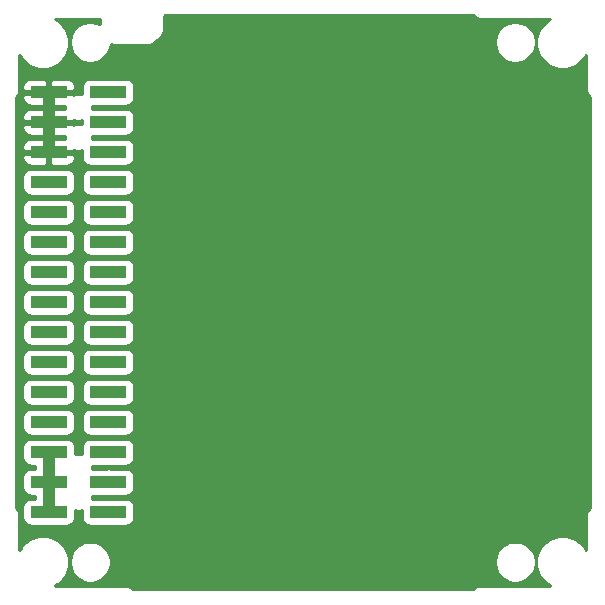
<source format=gtl>
G04 #@! TF.GenerationSoftware,KiCad,Pcbnew,(5.1.8-0-10_14)*
G04 #@! TF.CreationDate,2021-04-05T23:51:01+09:00*
G04 #@! TF.ProjectId,M5_template,4d355f74-656d-4706-9c61-74652e6b6963,ver 0.1*
G04 #@! TF.SameCoordinates,Original*
G04 #@! TF.FileFunction,Copper,L1,Top*
G04 #@! TF.FilePolarity,Positive*
%FSLAX46Y46*%
G04 Gerber Fmt 4.6, Leading zero omitted, Abs format (unit mm)*
G04 Created by KiCad (PCBNEW (5.1.8-0-10_14)) date 2021-04-05 23:51:01*
%MOMM*%
%LPD*%
G01*
G04 APERTURE LIST*
G04 #@! TA.AperFunction,SMDPad,CuDef*
%ADD10R,3.150000X1.000000*%
G04 #@! TD*
G04 #@! TA.AperFunction,ViaPad*
%ADD11C,0.600000*%
G04 #@! TD*
G04 #@! TA.AperFunction,Conductor*
%ADD12C,1.000000*%
G04 #@! TD*
G04 #@! TA.AperFunction,Conductor*
%ADD13C,0.250000*%
G04 #@! TD*
G04 #@! TA.AperFunction,Conductor*
%ADD14C,0.254000*%
G04 #@! TD*
G04 #@! TA.AperFunction,Conductor*
%ADD15C,0.100000*%
G04 #@! TD*
G04 APERTURE END LIST*
D10*
X107475000Y-90220000D03*
X107475000Y-102920000D03*
X107475000Y-100380000D03*
X107475000Y-97840000D03*
X107475000Y-95300000D03*
X107475000Y-92760000D03*
X112525000Y-90220000D03*
X112525000Y-92760000D03*
X112525000Y-95300000D03*
X112525000Y-97840000D03*
X112525000Y-100380000D03*
X112525000Y-102920000D03*
X107475000Y-105460000D03*
X112525000Y-105460000D03*
X107475000Y-108000000D03*
X112525000Y-108000000D03*
X107475000Y-110540000D03*
X112525000Y-110540000D03*
X107475000Y-113080000D03*
X112525000Y-113080000D03*
X107475000Y-115620000D03*
X112525000Y-115620000D03*
X107475000Y-118160000D03*
X112525000Y-118160000D03*
X107475000Y-120700000D03*
X112525000Y-120700000D03*
X107475000Y-123240000D03*
X112525000Y-123240000D03*
X107475000Y-125780000D03*
X112525000Y-125780000D03*
D11*
X107475000Y-90220000D03*
X107475000Y-95300000D03*
X107475000Y-92760000D03*
X107475000Y-102920000D03*
X107475000Y-100380000D03*
X107475000Y-97840000D03*
X112525000Y-90220000D03*
X112525000Y-92760000D03*
X112509000Y-95281000D03*
X112525000Y-97840000D03*
X112525000Y-100380000D03*
X112509000Y-102901000D03*
X107475000Y-105460000D03*
X112525000Y-105460000D03*
X107429000Y-107981000D03*
X112509000Y-107981000D03*
X107475000Y-110540000D03*
X112555000Y-110540000D03*
X107475000Y-113080000D03*
X112555000Y-113080000D03*
X107475000Y-115620000D03*
X112555000Y-115620000D03*
X107475000Y-118160000D03*
X112555000Y-118160000D03*
X107475000Y-120700000D03*
X107475000Y-123240000D03*
X107475000Y-125780000D03*
X112555000Y-120700000D03*
X112526500Y-123238500D03*
X112509000Y-125761000D03*
D12*
X107475000Y-92760000D02*
X107475000Y-95300000D01*
D13*
X107475000Y-90220000D02*
X107780000Y-90220000D01*
D12*
X107475000Y-90220000D02*
X107475000Y-92760000D01*
D13*
X107475000Y-110540000D02*
X107664000Y-110540000D01*
D12*
X107475000Y-120700000D02*
X107475000Y-123240000D01*
X107475000Y-123240000D02*
X107475000Y-125780000D01*
X112544000Y-123221000D02*
X112525000Y-123240000D01*
X112541000Y-123224000D02*
X112526500Y-123238500D01*
X112526500Y-123238500D02*
X112525000Y-123240000D01*
D14*
X143473288Y-83777379D02*
X143495525Y-83804475D01*
X143603637Y-83893200D01*
X143726980Y-83959128D01*
X143860816Y-83999727D01*
X143965123Y-84010000D01*
X143965124Y-84010000D01*
X143999999Y-84013435D01*
X144034874Y-84010000D01*
X149963950Y-84010000D01*
X149941331Y-84019369D01*
X149575271Y-84263962D01*
X149263962Y-84575271D01*
X149019369Y-84941331D01*
X148850890Y-85348075D01*
X148765000Y-85779872D01*
X148765000Y-86220128D01*
X148850890Y-86651925D01*
X149019369Y-87058669D01*
X149263962Y-87424729D01*
X149575271Y-87736038D01*
X149941331Y-87980631D01*
X150348075Y-88149110D01*
X150779872Y-88235000D01*
X151220128Y-88235000D01*
X151651925Y-88149110D01*
X152058669Y-87980631D01*
X152424729Y-87736038D01*
X152736038Y-87424729D01*
X152980631Y-87058669D01*
X152990000Y-87036050D01*
X152990001Y-89965115D01*
X152986565Y-90000000D01*
X153000274Y-90139184D01*
X153040872Y-90273019D01*
X153080416Y-90347000D01*
X153106801Y-90396363D01*
X153195526Y-90504475D01*
X153222617Y-90526708D01*
X153290000Y-90594091D01*
X153290001Y-125405908D01*
X153222617Y-125473292D01*
X153195526Y-125495525D01*
X153173293Y-125522616D01*
X153106801Y-125603637D01*
X153040872Y-125726981D01*
X153000274Y-125860816D01*
X152986565Y-126000000D01*
X152990001Y-126034885D01*
X152990000Y-128963950D01*
X152980631Y-128941331D01*
X152736038Y-128575271D01*
X152424729Y-128263962D01*
X152058669Y-128019369D01*
X151651925Y-127850890D01*
X151220128Y-127765000D01*
X150779872Y-127765000D01*
X150348075Y-127850890D01*
X149941331Y-128019369D01*
X149575271Y-128263962D01*
X149263962Y-128575271D01*
X149019369Y-128941331D01*
X148850890Y-129348075D01*
X148765000Y-129779872D01*
X148765000Y-130220128D01*
X148850890Y-130651925D01*
X149019369Y-131058669D01*
X149263962Y-131424729D01*
X149575271Y-131736038D01*
X149941331Y-131980631D01*
X149963950Y-131990000D01*
X144034874Y-131990000D01*
X143999999Y-131986565D01*
X143965124Y-131990000D01*
X143965123Y-131990000D01*
X143860816Y-132000273D01*
X143726980Y-132040872D01*
X143603637Y-132106800D01*
X143495525Y-132195525D01*
X143473288Y-132222621D01*
X143405909Y-132290000D01*
X114594091Y-132290000D01*
X114526712Y-132222621D01*
X114504475Y-132195525D01*
X114396363Y-132106800D01*
X114273020Y-132040872D01*
X114139184Y-132000273D01*
X114034877Y-131990000D01*
X114034875Y-131990000D01*
X114000000Y-131986565D01*
X113965125Y-131990000D01*
X108036050Y-131990000D01*
X108058669Y-131980631D01*
X108424729Y-131736038D01*
X108736038Y-131424729D01*
X108980631Y-131058669D01*
X109149110Y-130651925D01*
X109235000Y-130220128D01*
X109235000Y-129829117D01*
X109265000Y-129829117D01*
X109265000Y-130170883D01*
X109331675Y-130506081D01*
X109462463Y-130821831D01*
X109652337Y-131105998D01*
X109894002Y-131347663D01*
X110178169Y-131537537D01*
X110493919Y-131668325D01*
X110829117Y-131735000D01*
X111170883Y-131735000D01*
X111506081Y-131668325D01*
X111821831Y-131537537D01*
X112105998Y-131347663D01*
X112347663Y-131105998D01*
X112537537Y-130821831D01*
X112668325Y-130506081D01*
X112735000Y-130170883D01*
X112735000Y-129829117D01*
X145265000Y-129829117D01*
X145265000Y-130170883D01*
X145331675Y-130506081D01*
X145462463Y-130821831D01*
X145652337Y-131105998D01*
X145894002Y-131347663D01*
X146178169Y-131537537D01*
X146493919Y-131668325D01*
X146829117Y-131735000D01*
X147170883Y-131735000D01*
X147506081Y-131668325D01*
X147821831Y-131537537D01*
X148105998Y-131347663D01*
X148347663Y-131105998D01*
X148537537Y-130821831D01*
X148668325Y-130506081D01*
X148735000Y-130170883D01*
X148735000Y-129829117D01*
X148668325Y-129493919D01*
X148537537Y-129178169D01*
X148347663Y-128894002D01*
X148105998Y-128652337D01*
X147821831Y-128462463D01*
X147506081Y-128331675D01*
X147170883Y-128265000D01*
X146829117Y-128265000D01*
X146493919Y-128331675D01*
X146178169Y-128462463D01*
X145894002Y-128652337D01*
X145652337Y-128894002D01*
X145462463Y-129178169D01*
X145331675Y-129493919D01*
X145265000Y-129829117D01*
X112735000Y-129829117D01*
X112668325Y-129493919D01*
X112537537Y-129178169D01*
X112347663Y-128894002D01*
X112105998Y-128652337D01*
X111821831Y-128462463D01*
X111506081Y-128331675D01*
X111170883Y-128265000D01*
X110829117Y-128265000D01*
X110493919Y-128331675D01*
X110178169Y-128462463D01*
X109894002Y-128652337D01*
X109652337Y-128894002D01*
X109462463Y-129178169D01*
X109331675Y-129493919D01*
X109265000Y-129829117D01*
X109235000Y-129829117D01*
X109235000Y-129779872D01*
X109149110Y-129348075D01*
X108980631Y-128941331D01*
X108736038Y-128575271D01*
X108424729Y-128263962D01*
X108058669Y-128019369D01*
X107651925Y-127850890D01*
X107220128Y-127765000D01*
X106779872Y-127765000D01*
X106348075Y-127850890D01*
X105941331Y-128019369D01*
X105575271Y-128263962D01*
X105263962Y-128575271D01*
X105019369Y-128941331D01*
X105010000Y-128963950D01*
X105010000Y-126034874D01*
X105013435Y-125999999D01*
X105010000Y-125965123D01*
X104999727Y-125860816D01*
X104959128Y-125726980D01*
X104893200Y-125603637D01*
X104804475Y-125495525D01*
X104777379Y-125473288D01*
X104710000Y-125405909D01*
X104710000Y-120200000D01*
X105261928Y-120200000D01*
X105261928Y-121200000D01*
X105274188Y-121324482D01*
X105310498Y-121444180D01*
X105369463Y-121554494D01*
X105448815Y-121651185D01*
X105545506Y-121730537D01*
X105655820Y-121789502D01*
X105775518Y-121825812D01*
X105900000Y-121838072D01*
X106340000Y-121838072D01*
X106340001Y-122101928D01*
X105900000Y-122101928D01*
X105775518Y-122114188D01*
X105655820Y-122150498D01*
X105545506Y-122209463D01*
X105448815Y-122288815D01*
X105369463Y-122385506D01*
X105310498Y-122495820D01*
X105274188Y-122615518D01*
X105261928Y-122740000D01*
X105261928Y-123740000D01*
X105274188Y-123864482D01*
X105310498Y-123984180D01*
X105369463Y-124094494D01*
X105448815Y-124191185D01*
X105545506Y-124270537D01*
X105655820Y-124329502D01*
X105775518Y-124365812D01*
X105900000Y-124378072D01*
X106340000Y-124378072D01*
X106340001Y-124641928D01*
X105900000Y-124641928D01*
X105775518Y-124654188D01*
X105655820Y-124690498D01*
X105545506Y-124749463D01*
X105448815Y-124828815D01*
X105369463Y-124925506D01*
X105310498Y-125035820D01*
X105274188Y-125155518D01*
X105261928Y-125280000D01*
X105261928Y-126280000D01*
X105274188Y-126404482D01*
X105310498Y-126524180D01*
X105369463Y-126634494D01*
X105448815Y-126731185D01*
X105545506Y-126810537D01*
X105655820Y-126869502D01*
X105775518Y-126905812D01*
X105900000Y-126918072D01*
X107450439Y-126918072D01*
X107475000Y-126920491D01*
X107499561Y-126918072D01*
X109050000Y-126918072D01*
X109174482Y-126905812D01*
X109294180Y-126869502D01*
X109404494Y-126810537D01*
X109501185Y-126731185D01*
X109580537Y-126634494D01*
X109639502Y-126524180D01*
X109675812Y-126404482D01*
X109688072Y-126280000D01*
X109688072Y-125605190D01*
X109888212Y-125645000D01*
X110111788Y-125645000D01*
X110311928Y-125605190D01*
X110311928Y-126280000D01*
X110324188Y-126404482D01*
X110360498Y-126524180D01*
X110419463Y-126634494D01*
X110498815Y-126731185D01*
X110595506Y-126810537D01*
X110705820Y-126869502D01*
X110825518Y-126905812D01*
X110950000Y-126918072D01*
X114100000Y-126918072D01*
X114224482Y-126905812D01*
X114344180Y-126869502D01*
X114454494Y-126810537D01*
X114551185Y-126731185D01*
X114630537Y-126634494D01*
X114689502Y-126524180D01*
X114725812Y-126404482D01*
X114738072Y-126280000D01*
X114738072Y-125280000D01*
X114725812Y-125155518D01*
X114689502Y-125035820D01*
X114630537Y-124925506D01*
X114551185Y-124828815D01*
X114454494Y-124749463D01*
X114344180Y-124690498D01*
X114224482Y-124654188D01*
X114100000Y-124641928D01*
X111130994Y-124641928D01*
X111135000Y-124621788D01*
X111135000Y-124398212D01*
X111130994Y-124378072D01*
X112500439Y-124378072D01*
X112525000Y-124380491D01*
X112549561Y-124378072D01*
X114100000Y-124378072D01*
X114224482Y-124365812D01*
X114344180Y-124329502D01*
X114454494Y-124270537D01*
X114551185Y-124191185D01*
X114630537Y-124094494D01*
X114689502Y-123984180D01*
X114725812Y-123864482D01*
X114738072Y-123740000D01*
X114738072Y-122740000D01*
X114725812Y-122615518D01*
X114689502Y-122495820D01*
X114630537Y-122385506D01*
X114551185Y-122288815D01*
X114454494Y-122209463D01*
X114344180Y-122150498D01*
X114224482Y-122114188D01*
X114100000Y-122101928D01*
X112761472Y-122101928D01*
X112543999Y-122080509D01*
X112326528Y-122101928D01*
X111130994Y-122101928D01*
X111135000Y-122081788D01*
X111135000Y-121858212D01*
X111130994Y-121838072D01*
X114100000Y-121838072D01*
X114224482Y-121825812D01*
X114344180Y-121789502D01*
X114454494Y-121730537D01*
X114551185Y-121651185D01*
X114630537Y-121554494D01*
X114689502Y-121444180D01*
X114725812Y-121324482D01*
X114738072Y-121200000D01*
X114738072Y-120200000D01*
X114725812Y-120075518D01*
X114689502Y-119955820D01*
X114630537Y-119845506D01*
X114551185Y-119748815D01*
X114454494Y-119669463D01*
X114344180Y-119610498D01*
X114224482Y-119574188D01*
X114100000Y-119561928D01*
X110950000Y-119561928D01*
X110825518Y-119574188D01*
X110705820Y-119610498D01*
X110595506Y-119669463D01*
X110498815Y-119748815D01*
X110419463Y-119845506D01*
X110360498Y-119955820D01*
X110324188Y-120075518D01*
X110311928Y-120200000D01*
X110311928Y-120874810D01*
X110111788Y-120835000D01*
X109888212Y-120835000D01*
X109688072Y-120874810D01*
X109688072Y-120200000D01*
X109675812Y-120075518D01*
X109639502Y-119955820D01*
X109580537Y-119845506D01*
X109501185Y-119748815D01*
X109404494Y-119669463D01*
X109294180Y-119610498D01*
X109174482Y-119574188D01*
X109050000Y-119561928D01*
X107499561Y-119561928D01*
X107475000Y-119559509D01*
X107450439Y-119561928D01*
X105900000Y-119561928D01*
X105775518Y-119574188D01*
X105655820Y-119610498D01*
X105545506Y-119669463D01*
X105448815Y-119748815D01*
X105369463Y-119845506D01*
X105310498Y-119955820D01*
X105274188Y-120075518D01*
X105261928Y-120200000D01*
X104710000Y-120200000D01*
X104710000Y-117660000D01*
X105261928Y-117660000D01*
X105261928Y-118660000D01*
X105274188Y-118784482D01*
X105310498Y-118904180D01*
X105369463Y-119014494D01*
X105448815Y-119111185D01*
X105545506Y-119190537D01*
X105655820Y-119249502D01*
X105775518Y-119285812D01*
X105900000Y-119298072D01*
X109050000Y-119298072D01*
X109174482Y-119285812D01*
X109294180Y-119249502D01*
X109404494Y-119190537D01*
X109501185Y-119111185D01*
X109580537Y-119014494D01*
X109639502Y-118904180D01*
X109675812Y-118784482D01*
X109688072Y-118660000D01*
X109688072Y-117660000D01*
X110311928Y-117660000D01*
X110311928Y-118660000D01*
X110324188Y-118784482D01*
X110360498Y-118904180D01*
X110419463Y-119014494D01*
X110498815Y-119111185D01*
X110595506Y-119190537D01*
X110705820Y-119249502D01*
X110825518Y-119285812D01*
X110950000Y-119298072D01*
X114100000Y-119298072D01*
X114224482Y-119285812D01*
X114344180Y-119249502D01*
X114454494Y-119190537D01*
X114551185Y-119111185D01*
X114630537Y-119014494D01*
X114689502Y-118904180D01*
X114725812Y-118784482D01*
X114738072Y-118660000D01*
X114738072Y-117660000D01*
X114725812Y-117535518D01*
X114689502Y-117415820D01*
X114630537Y-117305506D01*
X114551185Y-117208815D01*
X114454494Y-117129463D01*
X114344180Y-117070498D01*
X114224482Y-117034188D01*
X114100000Y-117021928D01*
X110950000Y-117021928D01*
X110825518Y-117034188D01*
X110705820Y-117070498D01*
X110595506Y-117129463D01*
X110498815Y-117208815D01*
X110419463Y-117305506D01*
X110360498Y-117415820D01*
X110324188Y-117535518D01*
X110311928Y-117660000D01*
X109688072Y-117660000D01*
X109675812Y-117535518D01*
X109639502Y-117415820D01*
X109580537Y-117305506D01*
X109501185Y-117208815D01*
X109404494Y-117129463D01*
X109294180Y-117070498D01*
X109174482Y-117034188D01*
X109050000Y-117021928D01*
X105900000Y-117021928D01*
X105775518Y-117034188D01*
X105655820Y-117070498D01*
X105545506Y-117129463D01*
X105448815Y-117208815D01*
X105369463Y-117305506D01*
X105310498Y-117415820D01*
X105274188Y-117535518D01*
X105261928Y-117660000D01*
X104710000Y-117660000D01*
X104710000Y-115120000D01*
X105261928Y-115120000D01*
X105261928Y-116120000D01*
X105274188Y-116244482D01*
X105310498Y-116364180D01*
X105369463Y-116474494D01*
X105448815Y-116571185D01*
X105545506Y-116650537D01*
X105655820Y-116709502D01*
X105775518Y-116745812D01*
X105900000Y-116758072D01*
X109050000Y-116758072D01*
X109174482Y-116745812D01*
X109294180Y-116709502D01*
X109404494Y-116650537D01*
X109501185Y-116571185D01*
X109580537Y-116474494D01*
X109639502Y-116364180D01*
X109675812Y-116244482D01*
X109688072Y-116120000D01*
X109688072Y-115120000D01*
X110311928Y-115120000D01*
X110311928Y-116120000D01*
X110324188Y-116244482D01*
X110360498Y-116364180D01*
X110419463Y-116474494D01*
X110498815Y-116571185D01*
X110595506Y-116650537D01*
X110705820Y-116709502D01*
X110825518Y-116745812D01*
X110950000Y-116758072D01*
X114100000Y-116758072D01*
X114224482Y-116745812D01*
X114344180Y-116709502D01*
X114454494Y-116650537D01*
X114551185Y-116571185D01*
X114630537Y-116474494D01*
X114689502Y-116364180D01*
X114725812Y-116244482D01*
X114738072Y-116120000D01*
X114738072Y-115120000D01*
X114725812Y-114995518D01*
X114689502Y-114875820D01*
X114630537Y-114765506D01*
X114551185Y-114668815D01*
X114454494Y-114589463D01*
X114344180Y-114530498D01*
X114224482Y-114494188D01*
X114100000Y-114481928D01*
X110950000Y-114481928D01*
X110825518Y-114494188D01*
X110705820Y-114530498D01*
X110595506Y-114589463D01*
X110498815Y-114668815D01*
X110419463Y-114765506D01*
X110360498Y-114875820D01*
X110324188Y-114995518D01*
X110311928Y-115120000D01*
X109688072Y-115120000D01*
X109675812Y-114995518D01*
X109639502Y-114875820D01*
X109580537Y-114765506D01*
X109501185Y-114668815D01*
X109404494Y-114589463D01*
X109294180Y-114530498D01*
X109174482Y-114494188D01*
X109050000Y-114481928D01*
X105900000Y-114481928D01*
X105775518Y-114494188D01*
X105655820Y-114530498D01*
X105545506Y-114589463D01*
X105448815Y-114668815D01*
X105369463Y-114765506D01*
X105310498Y-114875820D01*
X105274188Y-114995518D01*
X105261928Y-115120000D01*
X104710000Y-115120000D01*
X104710000Y-112580000D01*
X105261928Y-112580000D01*
X105261928Y-113580000D01*
X105274188Y-113704482D01*
X105310498Y-113824180D01*
X105369463Y-113934494D01*
X105448815Y-114031185D01*
X105545506Y-114110537D01*
X105655820Y-114169502D01*
X105775518Y-114205812D01*
X105900000Y-114218072D01*
X109050000Y-114218072D01*
X109174482Y-114205812D01*
X109294180Y-114169502D01*
X109404494Y-114110537D01*
X109501185Y-114031185D01*
X109580537Y-113934494D01*
X109639502Y-113824180D01*
X109675812Y-113704482D01*
X109688072Y-113580000D01*
X109688072Y-112580000D01*
X110311928Y-112580000D01*
X110311928Y-113580000D01*
X110324188Y-113704482D01*
X110360498Y-113824180D01*
X110419463Y-113934494D01*
X110498815Y-114031185D01*
X110595506Y-114110537D01*
X110705820Y-114169502D01*
X110825518Y-114205812D01*
X110950000Y-114218072D01*
X114100000Y-114218072D01*
X114224482Y-114205812D01*
X114344180Y-114169502D01*
X114454494Y-114110537D01*
X114551185Y-114031185D01*
X114630537Y-113934494D01*
X114689502Y-113824180D01*
X114725812Y-113704482D01*
X114738072Y-113580000D01*
X114738072Y-112580000D01*
X114725812Y-112455518D01*
X114689502Y-112335820D01*
X114630537Y-112225506D01*
X114551185Y-112128815D01*
X114454494Y-112049463D01*
X114344180Y-111990498D01*
X114224482Y-111954188D01*
X114100000Y-111941928D01*
X110950000Y-111941928D01*
X110825518Y-111954188D01*
X110705820Y-111990498D01*
X110595506Y-112049463D01*
X110498815Y-112128815D01*
X110419463Y-112225506D01*
X110360498Y-112335820D01*
X110324188Y-112455518D01*
X110311928Y-112580000D01*
X109688072Y-112580000D01*
X109675812Y-112455518D01*
X109639502Y-112335820D01*
X109580537Y-112225506D01*
X109501185Y-112128815D01*
X109404494Y-112049463D01*
X109294180Y-111990498D01*
X109174482Y-111954188D01*
X109050000Y-111941928D01*
X105900000Y-111941928D01*
X105775518Y-111954188D01*
X105655820Y-111990498D01*
X105545506Y-112049463D01*
X105448815Y-112128815D01*
X105369463Y-112225506D01*
X105310498Y-112335820D01*
X105274188Y-112455518D01*
X105261928Y-112580000D01*
X104710000Y-112580000D01*
X104710000Y-110040000D01*
X105261928Y-110040000D01*
X105261928Y-111040000D01*
X105274188Y-111164482D01*
X105310498Y-111284180D01*
X105369463Y-111394494D01*
X105448815Y-111491185D01*
X105545506Y-111570537D01*
X105655820Y-111629502D01*
X105775518Y-111665812D01*
X105900000Y-111678072D01*
X109050000Y-111678072D01*
X109174482Y-111665812D01*
X109294180Y-111629502D01*
X109404494Y-111570537D01*
X109501185Y-111491185D01*
X109580537Y-111394494D01*
X109639502Y-111284180D01*
X109675812Y-111164482D01*
X109688072Y-111040000D01*
X109688072Y-110040000D01*
X110311928Y-110040000D01*
X110311928Y-111040000D01*
X110324188Y-111164482D01*
X110360498Y-111284180D01*
X110419463Y-111394494D01*
X110498815Y-111491185D01*
X110595506Y-111570537D01*
X110705820Y-111629502D01*
X110825518Y-111665812D01*
X110950000Y-111678072D01*
X114100000Y-111678072D01*
X114224482Y-111665812D01*
X114344180Y-111629502D01*
X114454494Y-111570537D01*
X114551185Y-111491185D01*
X114630537Y-111394494D01*
X114689502Y-111284180D01*
X114725812Y-111164482D01*
X114738072Y-111040000D01*
X114738072Y-110040000D01*
X114725812Y-109915518D01*
X114689502Y-109795820D01*
X114630537Y-109685506D01*
X114551185Y-109588815D01*
X114454494Y-109509463D01*
X114344180Y-109450498D01*
X114224482Y-109414188D01*
X114100000Y-109401928D01*
X110950000Y-109401928D01*
X110825518Y-109414188D01*
X110705820Y-109450498D01*
X110595506Y-109509463D01*
X110498815Y-109588815D01*
X110419463Y-109685506D01*
X110360498Y-109795820D01*
X110324188Y-109915518D01*
X110311928Y-110040000D01*
X109688072Y-110040000D01*
X109675812Y-109915518D01*
X109639502Y-109795820D01*
X109580537Y-109685506D01*
X109501185Y-109588815D01*
X109404494Y-109509463D01*
X109294180Y-109450498D01*
X109174482Y-109414188D01*
X109050000Y-109401928D01*
X105900000Y-109401928D01*
X105775518Y-109414188D01*
X105655820Y-109450498D01*
X105545506Y-109509463D01*
X105448815Y-109588815D01*
X105369463Y-109685506D01*
X105310498Y-109795820D01*
X105274188Y-109915518D01*
X105261928Y-110040000D01*
X104710000Y-110040000D01*
X104710000Y-107500000D01*
X105261928Y-107500000D01*
X105261928Y-108500000D01*
X105274188Y-108624482D01*
X105310498Y-108744180D01*
X105369463Y-108854494D01*
X105448815Y-108951185D01*
X105545506Y-109030537D01*
X105655820Y-109089502D01*
X105775518Y-109125812D01*
X105900000Y-109138072D01*
X109050000Y-109138072D01*
X109174482Y-109125812D01*
X109294180Y-109089502D01*
X109404494Y-109030537D01*
X109501185Y-108951185D01*
X109580537Y-108854494D01*
X109639502Y-108744180D01*
X109675812Y-108624482D01*
X109688072Y-108500000D01*
X109688072Y-107500000D01*
X110311928Y-107500000D01*
X110311928Y-108500000D01*
X110324188Y-108624482D01*
X110360498Y-108744180D01*
X110419463Y-108854494D01*
X110498815Y-108951185D01*
X110595506Y-109030537D01*
X110705820Y-109089502D01*
X110825518Y-109125812D01*
X110950000Y-109138072D01*
X114100000Y-109138072D01*
X114224482Y-109125812D01*
X114344180Y-109089502D01*
X114454494Y-109030537D01*
X114551185Y-108951185D01*
X114630537Y-108854494D01*
X114689502Y-108744180D01*
X114725812Y-108624482D01*
X114738072Y-108500000D01*
X114738072Y-107500000D01*
X114725812Y-107375518D01*
X114689502Y-107255820D01*
X114630537Y-107145506D01*
X114551185Y-107048815D01*
X114454494Y-106969463D01*
X114344180Y-106910498D01*
X114224482Y-106874188D01*
X114100000Y-106861928D01*
X110950000Y-106861928D01*
X110825518Y-106874188D01*
X110705820Y-106910498D01*
X110595506Y-106969463D01*
X110498815Y-107048815D01*
X110419463Y-107145506D01*
X110360498Y-107255820D01*
X110324188Y-107375518D01*
X110311928Y-107500000D01*
X109688072Y-107500000D01*
X109675812Y-107375518D01*
X109639502Y-107255820D01*
X109580537Y-107145506D01*
X109501185Y-107048815D01*
X109404494Y-106969463D01*
X109294180Y-106910498D01*
X109174482Y-106874188D01*
X109050000Y-106861928D01*
X105900000Y-106861928D01*
X105775518Y-106874188D01*
X105655820Y-106910498D01*
X105545506Y-106969463D01*
X105448815Y-107048815D01*
X105369463Y-107145506D01*
X105310498Y-107255820D01*
X105274188Y-107375518D01*
X105261928Y-107500000D01*
X104710000Y-107500000D01*
X104710000Y-104960000D01*
X105261928Y-104960000D01*
X105261928Y-105960000D01*
X105274188Y-106084482D01*
X105310498Y-106204180D01*
X105369463Y-106314494D01*
X105448815Y-106411185D01*
X105545506Y-106490537D01*
X105655820Y-106549502D01*
X105775518Y-106585812D01*
X105900000Y-106598072D01*
X109050000Y-106598072D01*
X109174482Y-106585812D01*
X109294180Y-106549502D01*
X109404494Y-106490537D01*
X109501185Y-106411185D01*
X109580537Y-106314494D01*
X109639502Y-106204180D01*
X109675812Y-106084482D01*
X109688072Y-105960000D01*
X109688072Y-104960000D01*
X110311928Y-104960000D01*
X110311928Y-105960000D01*
X110324188Y-106084482D01*
X110360498Y-106204180D01*
X110419463Y-106314494D01*
X110498815Y-106411185D01*
X110595506Y-106490537D01*
X110705820Y-106549502D01*
X110825518Y-106585812D01*
X110950000Y-106598072D01*
X114100000Y-106598072D01*
X114224482Y-106585812D01*
X114344180Y-106549502D01*
X114454494Y-106490537D01*
X114551185Y-106411185D01*
X114630537Y-106314494D01*
X114689502Y-106204180D01*
X114725812Y-106084482D01*
X114738072Y-105960000D01*
X114738072Y-104960000D01*
X114725812Y-104835518D01*
X114689502Y-104715820D01*
X114630537Y-104605506D01*
X114551185Y-104508815D01*
X114454494Y-104429463D01*
X114344180Y-104370498D01*
X114224482Y-104334188D01*
X114100000Y-104321928D01*
X110950000Y-104321928D01*
X110825518Y-104334188D01*
X110705820Y-104370498D01*
X110595506Y-104429463D01*
X110498815Y-104508815D01*
X110419463Y-104605506D01*
X110360498Y-104715820D01*
X110324188Y-104835518D01*
X110311928Y-104960000D01*
X109688072Y-104960000D01*
X109675812Y-104835518D01*
X109639502Y-104715820D01*
X109580537Y-104605506D01*
X109501185Y-104508815D01*
X109404494Y-104429463D01*
X109294180Y-104370498D01*
X109174482Y-104334188D01*
X109050000Y-104321928D01*
X105900000Y-104321928D01*
X105775518Y-104334188D01*
X105655820Y-104370498D01*
X105545506Y-104429463D01*
X105448815Y-104508815D01*
X105369463Y-104605506D01*
X105310498Y-104715820D01*
X105274188Y-104835518D01*
X105261928Y-104960000D01*
X104710000Y-104960000D01*
X104710000Y-102420000D01*
X105261928Y-102420000D01*
X105261928Y-103420000D01*
X105274188Y-103544482D01*
X105310498Y-103664180D01*
X105369463Y-103774494D01*
X105448815Y-103871185D01*
X105545506Y-103950537D01*
X105655820Y-104009502D01*
X105775518Y-104045812D01*
X105900000Y-104058072D01*
X109050000Y-104058072D01*
X109174482Y-104045812D01*
X109294180Y-104009502D01*
X109404494Y-103950537D01*
X109501185Y-103871185D01*
X109580537Y-103774494D01*
X109639502Y-103664180D01*
X109675812Y-103544482D01*
X109688072Y-103420000D01*
X109688072Y-102420000D01*
X110311928Y-102420000D01*
X110311928Y-103420000D01*
X110324188Y-103544482D01*
X110360498Y-103664180D01*
X110419463Y-103774494D01*
X110498815Y-103871185D01*
X110595506Y-103950537D01*
X110705820Y-104009502D01*
X110825518Y-104045812D01*
X110950000Y-104058072D01*
X114100000Y-104058072D01*
X114224482Y-104045812D01*
X114344180Y-104009502D01*
X114454494Y-103950537D01*
X114551185Y-103871185D01*
X114630537Y-103774494D01*
X114689502Y-103664180D01*
X114725812Y-103544482D01*
X114738072Y-103420000D01*
X114738072Y-102420000D01*
X114725812Y-102295518D01*
X114689502Y-102175820D01*
X114630537Y-102065506D01*
X114551185Y-101968815D01*
X114454494Y-101889463D01*
X114344180Y-101830498D01*
X114224482Y-101794188D01*
X114100000Y-101781928D01*
X110950000Y-101781928D01*
X110825518Y-101794188D01*
X110705820Y-101830498D01*
X110595506Y-101889463D01*
X110498815Y-101968815D01*
X110419463Y-102065506D01*
X110360498Y-102175820D01*
X110324188Y-102295518D01*
X110311928Y-102420000D01*
X109688072Y-102420000D01*
X109675812Y-102295518D01*
X109639502Y-102175820D01*
X109580537Y-102065506D01*
X109501185Y-101968815D01*
X109404494Y-101889463D01*
X109294180Y-101830498D01*
X109174482Y-101794188D01*
X109050000Y-101781928D01*
X105900000Y-101781928D01*
X105775518Y-101794188D01*
X105655820Y-101830498D01*
X105545506Y-101889463D01*
X105448815Y-101968815D01*
X105369463Y-102065506D01*
X105310498Y-102175820D01*
X105274188Y-102295518D01*
X105261928Y-102420000D01*
X104710000Y-102420000D01*
X104710000Y-99880000D01*
X105261928Y-99880000D01*
X105261928Y-100880000D01*
X105274188Y-101004482D01*
X105310498Y-101124180D01*
X105369463Y-101234494D01*
X105448815Y-101331185D01*
X105545506Y-101410537D01*
X105655820Y-101469502D01*
X105775518Y-101505812D01*
X105900000Y-101518072D01*
X109050000Y-101518072D01*
X109174482Y-101505812D01*
X109294180Y-101469502D01*
X109404494Y-101410537D01*
X109501185Y-101331185D01*
X109580537Y-101234494D01*
X109639502Y-101124180D01*
X109675812Y-101004482D01*
X109688072Y-100880000D01*
X109688072Y-99880000D01*
X110311928Y-99880000D01*
X110311928Y-100880000D01*
X110324188Y-101004482D01*
X110360498Y-101124180D01*
X110419463Y-101234494D01*
X110498815Y-101331185D01*
X110595506Y-101410537D01*
X110705820Y-101469502D01*
X110825518Y-101505812D01*
X110950000Y-101518072D01*
X114100000Y-101518072D01*
X114224482Y-101505812D01*
X114344180Y-101469502D01*
X114454494Y-101410537D01*
X114551185Y-101331185D01*
X114630537Y-101234494D01*
X114689502Y-101124180D01*
X114725812Y-101004482D01*
X114738072Y-100880000D01*
X114738072Y-99880000D01*
X114725812Y-99755518D01*
X114689502Y-99635820D01*
X114630537Y-99525506D01*
X114551185Y-99428815D01*
X114454494Y-99349463D01*
X114344180Y-99290498D01*
X114224482Y-99254188D01*
X114100000Y-99241928D01*
X110950000Y-99241928D01*
X110825518Y-99254188D01*
X110705820Y-99290498D01*
X110595506Y-99349463D01*
X110498815Y-99428815D01*
X110419463Y-99525506D01*
X110360498Y-99635820D01*
X110324188Y-99755518D01*
X110311928Y-99880000D01*
X109688072Y-99880000D01*
X109675812Y-99755518D01*
X109639502Y-99635820D01*
X109580537Y-99525506D01*
X109501185Y-99428815D01*
X109404494Y-99349463D01*
X109294180Y-99290498D01*
X109174482Y-99254188D01*
X109050000Y-99241928D01*
X105900000Y-99241928D01*
X105775518Y-99254188D01*
X105655820Y-99290498D01*
X105545506Y-99349463D01*
X105448815Y-99428815D01*
X105369463Y-99525506D01*
X105310498Y-99635820D01*
X105274188Y-99755518D01*
X105261928Y-99880000D01*
X104710000Y-99880000D01*
X104710000Y-97340000D01*
X105261928Y-97340000D01*
X105261928Y-98340000D01*
X105274188Y-98464482D01*
X105310498Y-98584180D01*
X105369463Y-98694494D01*
X105448815Y-98791185D01*
X105545506Y-98870537D01*
X105655820Y-98929502D01*
X105775518Y-98965812D01*
X105900000Y-98978072D01*
X109050000Y-98978072D01*
X109174482Y-98965812D01*
X109294180Y-98929502D01*
X109404494Y-98870537D01*
X109501185Y-98791185D01*
X109580537Y-98694494D01*
X109639502Y-98584180D01*
X109675812Y-98464482D01*
X109688072Y-98340000D01*
X109688072Y-97340000D01*
X110311928Y-97340000D01*
X110311928Y-98340000D01*
X110324188Y-98464482D01*
X110360498Y-98584180D01*
X110419463Y-98694494D01*
X110498815Y-98791185D01*
X110595506Y-98870537D01*
X110705820Y-98929502D01*
X110825518Y-98965812D01*
X110950000Y-98978072D01*
X114100000Y-98978072D01*
X114224482Y-98965812D01*
X114344180Y-98929502D01*
X114454494Y-98870537D01*
X114551185Y-98791185D01*
X114630537Y-98694494D01*
X114689502Y-98584180D01*
X114725812Y-98464482D01*
X114738072Y-98340000D01*
X114738072Y-97340000D01*
X114725812Y-97215518D01*
X114689502Y-97095820D01*
X114630537Y-96985506D01*
X114551185Y-96888815D01*
X114454494Y-96809463D01*
X114344180Y-96750498D01*
X114224482Y-96714188D01*
X114100000Y-96701928D01*
X110950000Y-96701928D01*
X110825518Y-96714188D01*
X110705820Y-96750498D01*
X110595506Y-96809463D01*
X110498815Y-96888815D01*
X110419463Y-96985506D01*
X110360498Y-97095820D01*
X110324188Y-97215518D01*
X110311928Y-97340000D01*
X109688072Y-97340000D01*
X109675812Y-97215518D01*
X109639502Y-97095820D01*
X109580537Y-96985506D01*
X109501185Y-96888815D01*
X109404494Y-96809463D01*
X109294180Y-96750498D01*
X109174482Y-96714188D01*
X109050000Y-96701928D01*
X105900000Y-96701928D01*
X105775518Y-96714188D01*
X105655820Y-96750498D01*
X105545506Y-96809463D01*
X105448815Y-96888815D01*
X105369463Y-96985506D01*
X105310498Y-97095820D01*
X105274188Y-97215518D01*
X105261928Y-97340000D01*
X104710000Y-97340000D01*
X104710000Y-95800000D01*
X105261928Y-95800000D01*
X105274188Y-95924482D01*
X105310498Y-96044180D01*
X105369463Y-96154494D01*
X105448815Y-96251185D01*
X105545506Y-96330537D01*
X105655820Y-96389502D01*
X105775518Y-96425812D01*
X105900000Y-96438072D01*
X107189250Y-96435000D01*
X107348000Y-96276250D01*
X107348000Y-95427000D01*
X107602000Y-95427000D01*
X107602000Y-96276250D01*
X107760750Y-96435000D01*
X109050000Y-96438072D01*
X109174482Y-96425812D01*
X109294180Y-96389502D01*
X109404494Y-96330537D01*
X109501185Y-96251185D01*
X109580537Y-96154494D01*
X109639502Y-96044180D01*
X109675812Y-95924482D01*
X109688072Y-95800000D01*
X109685000Y-95585750D01*
X109526250Y-95427000D01*
X107602000Y-95427000D01*
X107348000Y-95427000D01*
X105423750Y-95427000D01*
X105265000Y-95585750D01*
X105261928Y-95800000D01*
X104710000Y-95800000D01*
X104710000Y-94800000D01*
X105261928Y-94800000D01*
X105265000Y-95014250D01*
X105423750Y-95173000D01*
X107348000Y-95173000D01*
X107348000Y-94323750D01*
X107189250Y-94165000D01*
X105900000Y-94161928D01*
X105775518Y-94174188D01*
X105655820Y-94210498D01*
X105545506Y-94269463D01*
X105448815Y-94348815D01*
X105369463Y-94445506D01*
X105310498Y-94555820D01*
X105274188Y-94675518D01*
X105261928Y-94800000D01*
X104710000Y-94800000D01*
X104710000Y-93260000D01*
X105261928Y-93260000D01*
X105274188Y-93384482D01*
X105310498Y-93504180D01*
X105369463Y-93614494D01*
X105448815Y-93711185D01*
X105545506Y-93790537D01*
X105655820Y-93849502D01*
X105775518Y-93885812D01*
X105900000Y-93898072D01*
X107189250Y-93895000D01*
X107348000Y-93736250D01*
X107348000Y-92887000D01*
X105423750Y-92887000D01*
X105265000Y-93045750D01*
X105261928Y-93260000D01*
X104710000Y-93260000D01*
X104710000Y-92260000D01*
X105261928Y-92260000D01*
X105265000Y-92474250D01*
X105423750Y-92633000D01*
X107348000Y-92633000D01*
X107348000Y-91783750D01*
X107189250Y-91625000D01*
X105900000Y-91621928D01*
X105775518Y-91634188D01*
X105655820Y-91670498D01*
X105545506Y-91729463D01*
X105448815Y-91808815D01*
X105369463Y-91905506D01*
X105310498Y-92015820D01*
X105274188Y-92135518D01*
X105261928Y-92260000D01*
X104710000Y-92260000D01*
X104710000Y-90720000D01*
X105261928Y-90720000D01*
X105274188Y-90844482D01*
X105310498Y-90964180D01*
X105369463Y-91074494D01*
X105448815Y-91171185D01*
X105545506Y-91250537D01*
X105655820Y-91309502D01*
X105775518Y-91345812D01*
X105900000Y-91358072D01*
X107189250Y-91355000D01*
X107348000Y-91196250D01*
X107348000Y-90347000D01*
X107602000Y-90347000D01*
X107602000Y-91196250D01*
X107760750Y-91355000D01*
X108869092Y-91357641D01*
X108865000Y-91378212D01*
X108865000Y-91601788D01*
X108869092Y-91622359D01*
X107760750Y-91625000D01*
X107602000Y-91783750D01*
X107602000Y-92633000D01*
X109526250Y-92633000D01*
X109604540Y-92554710D01*
X109668933Y-92581383D01*
X109888212Y-92625000D01*
X110111788Y-92625000D01*
X110311928Y-92585190D01*
X110311928Y-92934810D01*
X110111788Y-92895000D01*
X109888212Y-92895000D01*
X109668933Y-92938617D01*
X109604540Y-92965290D01*
X109526250Y-92887000D01*
X107602000Y-92887000D01*
X107602000Y-93736250D01*
X107760750Y-93895000D01*
X108869092Y-93897641D01*
X108865000Y-93918212D01*
X108865000Y-94141788D01*
X108869092Y-94162359D01*
X107760750Y-94165000D01*
X107602000Y-94323750D01*
X107602000Y-95173000D01*
X109526250Y-95173000D01*
X109604540Y-95094710D01*
X109668933Y-95121383D01*
X109888212Y-95165000D01*
X110111788Y-95165000D01*
X110311928Y-95125190D01*
X110311928Y-95800000D01*
X110324188Y-95924482D01*
X110360498Y-96044180D01*
X110419463Y-96154494D01*
X110498815Y-96251185D01*
X110595506Y-96330537D01*
X110705820Y-96389502D01*
X110825518Y-96425812D01*
X110950000Y-96438072D01*
X114100000Y-96438072D01*
X114224482Y-96425812D01*
X114344180Y-96389502D01*
X114454494Y-96330537D01*
X114551185Y-96251185D01*
X114630537Y-96154494D01*
X114689502Y-96044180D01*
X114725812Y-95924482D01*
X114738072Y-95800000D01*
X114738072Y-94800000D01*
X114725812Y-94675518D01*
X114689502Y-94555820D01*
X114630537Y-94445506D01*
X114551185Y-94348815D01*
X114454494Y-94269463D01*
X114344180Y-94210498D01*
X114224482Y-94174188D01*
X114100000Y-94161928D01*
X111130994Y-94161928D01*
X111135000Y-94141788D01*
X111135000Y-93918212D01*
X111130994Y-93898072D01*
X114100000Y-93898072D01*
X114224482Y-93885812D01*
X114344180Y-93849502D01*
X114454494Y-93790537D01*
X114551185Y-93711185D01*
X114630537Y-93614494D01*
X114689502Y-93504180D01*
X114725812Y-93384482D01*
X114738072Y-93260000D01*
X114738072Y-92260000D01*
X114725812Y-92135518D01*
X114689502Y-92015820D01*
X114630537Y-91905506D01*
X114551185Y-91808815D01*
X114454494Y-91729463D01*
X114344180Y-91670498D01*
X114224482Y-91634188D01*
X114100000Y-91621928D01*
X111130994Y-91621928D01*
X111135000Y-91601788D01*
X111135000Y-91378212D01*
X111130994Y-91358072D01*
X114100000Y-91358072D01*
X114224482Y-91345812D01*
X114344180Y-91309502D01*
X114454494Y-91250537D01*
X114551185Y-91171185D01*
X114630537Y-91074494D01*
X114689502Y-90964180D01*
X114725812Y-90844482D01*
X114738072Y-90720000D01*
X114738072Y-89720000D01*
X114725812Y-89595518D01*
X114689502Y-89475820D01*
X114630537Y-89365506D01*
X114551185Y-89268815D01*
X114454494Y-89189463D01*
X114344180Y-89130498D01*
X114224482Y-89094188D01*
X114100000Y-89081928D01*
X110950000Y-89081928D01*
X110825518Y-89094188D01*
X110705820Y-89130498D01*
X110595506Y-89189463D01*
X110498815Y-89268815D01*
X110419463Y-89365506D01*
X110360498Y-89475820D01*
X110324188Y-89595518D01*
X110311928Y-89720000D01*
X110311928Y-90394810D01*
X110111788Y-90355000D01*
X109888212Y-90355000D01*
X109668933Y-90398617D01*
X109604540Y-90425290D01*
X109526250Y-90347000D01*
X107602000Y-90347000D01*
X107348000Y-90347000D01*
X105423750Y-90347000D01*
X105265000Y-90505750D01*
X105261928Y-90720000D01*
X104710000Y-90720000D01*
X104710000Y-90594091D01*
X104777379Y-90526712D01*
X104804475Y-90504475D01*
X104893200Y-90396363D01*
X104959128Y-90273020D01*
X104999727Y-90139184D01*
X105010000Y-90034877D01*
X105010000Y-90034876D01*
X105013435Y-90000001D01*
X105010000Y-89965126D01*
X105010000Y-89720000D01*
X105261928Y-89720000D01*
X105265000Y-89934250D01*
X105423750Y-90093000D01*
X107348000Y-90093000D01*
X107348000Y-89243750D01*
X107602000Y-89243750D01*
X107602000Y-90093000D01*
X109526250Y-90093000D01*
X109685000Y-89934250D01*
X109688072Y-89720000D01*
X109675812Y-89595518D01*
X109639502Y-89475820D01*
X109580537Y-89365506D01*
X109501185Y-89268815D01*
X109404494Y-89189463D01*
X109294180Y-89130498D01*
X109174482Y-89094188D01*
X109050000Y-89081928D01*
X107760750Y-89085000D01*
X107602000Y-89243750D01*
X107348000Y-89243750D01*
X107189250Y-89085000D01*
X105900000Y-89081928D01*
X105775518Y-89094188D01*
X105655820Y-89130498D01*
X105545506Y-89189463D01*
X105448815Y-89268815D01*
X105369463Y-89365506D01*
X105310498Y-89475820D01*
X105274188Y-89595518D01*
X105261928Y-89720000D01*
X105010000Y-89720000D01*
X105010000Y-87036050D01*
X105019369Y-87058669D01*
X105263962Y-87424729D01*
X105575271Y-87736038D01*
X105941331Y-87980631D01*
X106348075Y-88149110D01*
X106779872Y-88235000D01*
X107220128Y-88235000D01*
X107651925Y-88149110D01*
X108058669Y-87980631D01*
X108424729Y-87736038D01*
X108736038Y-87424729D01*
X108980631Y-87058669D01*
X109149110Y-86651925D01*
X109235000Y-86220128D01*
X109235000Y-85779872D01*
X109149110Y-85348075D01*
X108980631Y-84941331D01*
X108736038Y-84575271D01*
X108424729Y-84263962D01*
X108058669Y-84019369D01*
X108036050Y-84010000D01*
X111790000Y-84010000D01*
X111790001Y-84449278D01*
X111506081Y-84331675D01*
X111170883Y-84265000D01*
X110829117Y-84265000D01*
X110493919Y-84331675D01*
X110178169Y-84462463D01*
X109894002Y-84652337D01*
X109652337Y-84894002D01*
X109462463Y-85178169D01*
X109331675Y-85493919D01*
X109265000Y-85829117D01*
X109265000Y-86170883D01*
X109331675Y-86506081D01*
X109462463Y-86821831D01*
X109652337Y-87105998D01*
X109894002Y-87347663D01*
X110178169Y-87537537D01*
X110493919Y-87668325D01*
X110829117Y-87735000D01*
X111170883Y-87735000D01*
X111506081Y-87668325D01*
X111821831Y-87537537D01*
X112105998Y-87347663D01*
X112347663Y-87105998D01*
X112537537Y-86821831D01*
X112668325Y-86506081D01*
X112735000Y-86170883D01*
X112735000Y-86161561D01*
X112860816Y-86199727D01*
X112965123Y-86210000D01*
X112965125Y-86210000D01*
X113000000Y-86213435D01*
X113034875Y-86210000D01*
X115965125Y-86210000D01*
X116000000Y-86213435D01*
X116034875Y-86210000D01*
X116034877Y-86210000D01*
X116139184Y-86199727D01*
X116273020Y-86159128D01*
X116396363Y-86093200D01*
X116504475Y-86004475D01*
X116526712Y-85977379D01*
X116674974Y-85829117D01*
X145265000Y-85829117D01*
X145265000Y-86170883D01*
X145331675Y-86506081D01*
X145462463Y-86821831D01*
X145652337Y-87105998D01*
X145894002Y-87347663D01*
X146178169Y-87537537D01*
X146493919Y-87668325D01*
X146829117Y-87735000D01*
X147170883Y-87735000D01*
X147506081Y-87668325D01*
X147821831Y-87537537D01*
X148105998Y-87347663D01*
X148347663Y-87105998D01*
X148537537Y-86821831D01*
X148668325Y-86506081D01*
X148735000Y-86170883D01*
X148735000Y-85829117D01*
X148668325Y-85493919D01*
X148537537Y-85178169D01*
X148347663Y-84894002D01*
X148105998Y-84652337D01*
X147821831Y-84462463D01*
X147506081Y-84331675D01*
X147170883Y-84265000D01*
X146829117Y-84265000D01*
X146493919Y-84331675D01*
X146178169Y-84462463D01*
X145894002Y-84652337D01*
X145652337Y-84894002D01*
X145462463Y-85178169D01*
X145331675Y-85493919D01*
X145265000Y-85829117D01*
X116674974Y-85829117D01*
X116977383Y-85526708D01*
X117004474Y-85504475D01*
X117093200Y-85396363D01*
X117159128Y-85273020D01*
X117199727Y-85139184D01*
X117210000Y-85034877D01*
X117210000Y-85034875D01*
X117213435Y-85000000D01*
X117210000Y-84965125D01*
X117210000Y-83794091D01*
X117294091Y-83710000D01*
X143405909Y-83710000D01*
X143473288Y-83777379D01*
G04 #@! TA.AperFunction,Conductor*
D15*
G36*
X143473288Y-83777379D02*
G01*
X143495525Y-83804475D01*
X143603637Y-83893200D01*
X143726980Y-83959128D01*
X143860816Y-83999727D01*
X143965123Y-84010000D01*
X143965124Y-84010000D01*
X143999999Y-84013435D01*
X144034874Y-84010000D01*
X149963950Y-84010000D01*
X149941331Y-84019369D01*
X149575271Y-84263962D01*
X149263962Y-84575271D01*
X149019369Y-84941331D01*
X148850890Y-85348075D01*
X148765000Y-85779872D01*
X148765000Y-86220128D01*
X148850890Y-86651925D01*
X149019369Y-87058669D01*
X149263962Y-87424729D01*
X149575271Y-87736038D01*
X149941331Y-87980631D01*
X150348075Y-88149110D01*
X150779872Y-88235000D01*
X151220128Y-88235000D01*
X151651925Y-88149110D01*
X152058669Y-87980631D01*
X152424729Y-87736038D01*
X152736038Y-87424729D01*
X152980631Y-87058669D01*
X152990000Y-87036050D01*
X152990001Y-89965115D01*
X152986565Y-90000000D01*
X153000274Y-90139184D01*
X153040872Y-90273019D01*
X153080416Y-90347000D01*
X153106801Y-90396363D01*
X153195526Y-90504475D01*
X153222617Y-90526708D01*
X153290000Y-90594091D01*
X153290001Y-125405908D01*
X153222617Y-125473292D01*
X153195526Y-125495525D01*
X153173293Y-125522616D01*
X153106801Y-125603637D01*
X153040872Y-125726981D01*
X153000274Y-125860816D01*
X152986565Y-126000000D01*
X152990001Y-126034885D01*
X152990000Y-128963950D01*
X152980631Y-128941331D01*
X152736038Y-128575271D01*
X152424729Y-128263962D01*
X152058669Y-128019369D01*
X151651925Y-127850890D01*
X151220128Y-127765000D01*
X150779872Y-127765000D01*
X150348075Y-127850890D01*
X149941331Y-128019369D01*
X149575271Y-128263962D01*
X149263962Y-128575271D01*
X149019369Y-128941331D01*
X148850890Y-129348075D01*
X148765000Y-129779872D01*
X148765000Y-130220128D01*
X148850890Y-130651925D01*
X149019369Y-131058669D01*
X149263962Y-131424729D01*
X149575271Y-131736038D01*
X149941331Y-131980631D01*
X149963950Y-131990000D01*
X144034874Y-131990000D01*
X143999999Y-131986565D01*
X143965124Y-131990000D01*
X143965123Y-131990000D01*
X143860816Y-132000273D01*
X143726980Y-132040872D01*
X143603637Y-132106800D01*
X143495525Y-132195525D01*
X143473288Y-132222621D01*
X143405909Y-132290000D01*
X114594091Y-132290000D01*
X114526712Y-132222621D01*
X114504475Y-132195525D01*
X114396363Y-132106800D01*
X114273020Y-132040872D01*
X114139184Y-132000273D01*
X114034877Y-131990000D01*
X114034875Y-131990000D01*
X114000000Y-131986565D01*
X113965125Y-131990000D01*
X108036050Y-131990000D01*
X108058669Y-131980631D01*
X108424729Y-131736038D01*
X108736038Y-131424729D01*
X108980631Y-131058669D01*
X109149110Y-130651925D01*
X109235000Y-130220128D01*
X109235000Y-129829117D01*
X109265000Y-129829117D01*
X109265000Y-130170883D01*
X109331675Y-130506081D01*
X109462463Y-130821831D01*
X109652337Y-131105998D01*
X109894002Y-131347663D01*
X110178169Y-131537537D01*
X110493919Y-131668325D01*
X110829117Y-131735000D01*
X111170883Y-131735000D01*
X111506081Y-131668325D01*
X111821831Y-131537537D01*
X112105998Y-131347663D01*
X112347663Y-131105998D01*
X112537537Y-130821831D01*
X112668325Y-130506081D01*
X112735000Y-130170883D01*
X112735000Y-129829117D01*
X145265000Y-129829117D01*
X145265000Y-130170883D01*
X145331675Y-130506081D01*
X145462463Y-130821831D01*
X145652337Y-131105998D01*
X145894002Y-131347663D01*
X146178169Y-131537537D01*
X146493919Y-131668325D01*
X146829117Y-131735000D01*
X147170883Y-131735000D01*
X147506081Y-131668325D01*
X147821831Y-131537537D01*
X148105998Y-131347663D01*
X148347663Y-131105998D01*
X148537537Y-130821831D01*
X148668325Y-130506081D01*
X148735000Y-130170883D01*
X148735000Y-129829117D01*
X148668325Y-129493919D01*
X148537537Y-129178169D01*
X148347663Y-128894002D01*
X148105998Y-128652337D01*
X147821831Y-128462463D01*
X147506081Y-128331675D01*
X147170883Y-128265000D01*
X146829117Y-128265000D01*
X146493919Y-128331675D01*
X146178169Y-128462463D01*
X145894002Y-128652337D01*
X145652337Y-128894002D01*
X145462463Y-129178169D01*
X145331675Y-129493919D01*
X145265000Y-129829117D01*
X112735000Y-129829117D01*
X112668325Y-129493919D01*
X112537537Y-129178169D01*
X112347663Y-128894002D01*
X112105998Y-128652337D01*
X111821831Y-128462463D01*
X111506081Y-128331675D01*
X111170883Y-128265000D01*
X110829117Y-128265000D01*
X110493919Y-128331675D01*
X110178169Y-128462463D01*
X109894002Y-128652337D01*
X109652337Y-128894002D01*
X109462463Y-129178169D01*
X109331675Y-129493919D01*
X109265000Y-129829117D01*
X109235000Y-129829117D01*
X109235000Y-129779872D01*
X109149110Y-129348075D01*
X108980631Y-128941331D01*
X108736038Y-128575271D01*
X108424729Y-128263962D01*
X108058669Y-128019369D01*
X107651925Y-127850890D01*
X107220128Y-127765000D01*
X106779872Y-127765000D01*
X106348075Y-127850890D01*
X105941331Y-128019369D01*
X105575271Y-128263962D01*
X105263962Y-128575271D01*
X105019369Y-128941331D01*
X105010000Y-128963950D01*
X105010000Y-126034874D01*
X105013435Y-125999999D01*
X105010000Y-125965123D01*
X104999727Y-125860816D01*
X104959128Y-125726980D01*
X104893200Y-125603637D01*
X104804475Y-125495525D01*
X104777379Y-125473288D01*
X104710000Y-125405909D01*
X104710000Y-120200000D01*
X105261928Y-120200000D01*
X105261928Y-121200000D01*
X105274188Y-121324482D01*
X105310498Y-121444180D01*
X105369463Y-121554494D01*
X105448815Y-121651185D01*
X105545506Y-121730537D01*
X105655820Y-121789502D01*
X105775518Y-121825812D01*
X105900000Y-121838072D01*
X106340000Y-121838072D01*
X106340001Y-122101928D01*
X105900000Y-122101928D01*
X105775518Y-122114188D01*
X105655820Y-122150498D01*
X105545506Y-122209463D01*
X105448815Y-122288815D01*
X105369463Y-122385506D01*
X105310498Y-122495820D01*
X105274188Y-122615518D01*
X105261928Y-122740000D01*
X105261928Y-123740000D01*
X105274188Y-123864482D01*
X105310498Y-123984180D01*
X105369463Y-124094494D01*
X105448815Y-124191185D01*
X105545506Y-124270537D01*
X105655820Y-124329502D01*
X105775518Y-124365812D01*
X105900000Y-124378072D01*
X106340000Y-124378072D01*
X106340001Y-124641928D01*
X105900000Y-124641928D01*
X105775518Y-124654188D01*
X105655820Y-124690498D01*
X105545506Y-124749463D01*
X105448815Y-124828815D01*
X105369463Y-124925506D01*
X105310498Y-125035820D01*
X105274188Y-125155518D01*
X105261928Y-125280000D01*
X105261928Y-126280000D01*
X105274188Y-126404482D01*
X105310498Y-126524180D01*
X105369463Y-126634494D01*
X105448815Y-126731185D01*
X105545506Y-126810537D01*
X105655820Y-126869502D01*
X105775518Y-126905812D01*
X105900000Y-126918072D01*
X107450439Y-126918072D01*
X107475000Y-126920491D01*
X107499561Y-126918072D01*
X109050000Y-126918072D01*
X109174482Y-126905812D01*
X109294180Y-126869502D01*
X109404494Y-126810537D01*
X109501185Y-126731185D01*
X109580537Y-126634494D01*
X109639502Y-126524180D01*
X109675812Y-126404482D01*
X109688072Y-126280000D01*
X109688072Y-125605190D01*
X109888212Y-125645000D01*
X110111788Y-125645000D01*
X110311928Y-125605190D01*
X110311928Y-126280000D01*
X110324188Y-126404482D01*
X110360498Y-126524180D01*
X110419463Y-126634494D01*
X110498815Y-126731185D01*
X110595506Y-126810537D01*
X110705820Y-126869502D01*
X110825518Y-126905812D01*
X110950000Y-126918072D01*
X114100000Y-126918072D01*
X114224482Y-126905812D01*
X114344180Y-126869502D01*
X114454494Y-126810537D01*
X114551185Y-126731185D01*
X114630537Y-126634494D01*
X114689502Y-126524180D01*
X114725812Y-126404482D01*
X114738072Y-126280000D01*
X114738072Y-125280000D01*
X114725812Y-125155518D01*
X114689502Y-125035820D01*
X114630537Y-124925506D01*
X114551185Y-124828815D01*
X114454494Y-124749463D01*
X114344180Y-124690498D01*
X114224482Y-124654188D01*
X114100000Y-124641928D01*
X111130994Y-124641928D01*
X111135000Y-124621788D01*
X111135000Y-124398212D01*
X111130994Y-124378072D01*
X112500439Y-124378072D01*
X112525000Y-124380491D01*
X112549561Y-124378072D01*
X114100000Y-124378072D01*
X114224482Y-124365812D01*
X114344180Y-124329502D01*
X114454494Y-124270537D01*
X114551185Y-124191185D01*
X114630537Y-124094494D01*
X114689502Y-123984180D01*
X114725812Y-123864482D01*
X114738072Y-123740000D01*
X114738072Y-122740000D01*
X114725812Y-122615518D01*
X114689502Y-122495820D01*
X114630537Y-122385506D01*
X114551185Y-122288815D01*
X114454494Y-122209463D01*
X114344180Y-122150498D01*
X114224482Y-122114188D01*
X114100000Y-122101928D01*
X112761472Y-122101928D01*
X112543999Y-122080509D01*
X112326528Y-122101928D01*
X111130994Y-122101928D01*
X111135000Y-122081788D01*
X111135000Y-121858212D01*
X111130994Y-121838072D01*
X114100000Y-121838072D01*
X114224482Y-121825812D01*
X114344180Y-121789502D01*
X114454494Y-121730537D01*
X114551185Y-121651185D01*
X114630537Y-121554494D01*
X114689502Y-121444180D01*
X114725812Y-121324482D01*
X114738072Y-121200000D01*
X114738072Y-120200000D01*
X114725812Y-120075518D01*
X114689502Y-119955820D01*
X114630537Y-119845506D01*
X114551185Y-119748815D01*
X114454494Y-119669463D01*
X114344180Y-119610498D01*
X114224482Y-119574188D01*
X114100000Y-119561928D01*
X110950000Y-119561928D01*
X110825518Y-119574188D01*
X110705820Y-119610498D01*
X110595506Y-119669463D01*
X110498815Y-119748815D01*
X110419463Y-119845506D01*
X110360498Y-119955820D01*
X110324188Y-120075518D01*
X110311928Y-120200000D01*
X110311928Y-120874810D01*
X110111788Y-120835000D01*
X109888212Y-120835000D01*
X109688072Y-120874810D01*
X109688072Y-120200000D01*
X109675812Y-120075518D01*
X109639502Y-119955820D01*
X109580537Y-119845506D01*
X109501185Y-119748815D01*
X109404494Y-119669463D01*
X109294180Y-119610498D01*
X109174482Y-119574188D01*
X109050000Y-119561928D01*
X107499561Y-119561928D01*
X107475000Y-119559509D01*
X107450439Y-119561928D01*
X105900000Y-119561928D01*
X105775518Y-119574188D01*
X105655820Y-119610498D01*
X105545506Y-119669463D01*
X105448815Y-119748815D01*
X105369463Y-119845506D01*
X105310498Y-119955820D01*
X105274188Y-120075518D01*
X105261928Y-120200000D01*
X104710000Y-120200000D01*
X104710000Y-117660000D01*
X105261928Y-117660000D01*
X105261928Y-118660000D01*
X105274188Y-118784482D01*
X105310498Y-118904180D01*
X105369463Y-119014494D01*
X105448815Y-119111185D01*
X105545506Y-119190537D01*
X105655820Y-119249502D01*
X105775518Y-119285812D01*
X105900000Y-119298072D01*
X109050000Y-119298072D01*
X109174482Y-119285812D01*
X109294180Y-119249502D01*
X109404494Y-119190537D01*
X109501185Y-119111185D01*
X109580537Y-119014494D01*
X109639502Y-118904180D01*
X109675812Y-118784482D01*
X109688072Y-118660000D01*
X109688072Y-117660000D01*
X110311928Y-117660000D01*
X110311928Y-118660000D01*
X110324188Y-118784482D01*
X110360498Y-118904180D01*
X110419463Y-119014494D01*
X110498815Y-119111185D01*
X110595506Y-119190537D01*
X110705820Y-119249502D01*
X110825518Y-119285812D01*
X110950000Y-119298072D01*
X114100000Y-119298072D01*
X114224482Y-119285812D01*
X114344180Y-119249502D01*
X114454494Y-119190537D01*
X114551185Y-119111185D01*
X114630537Y-119014494D01*
X114689502Y-118904180D01*
X114725812Y-118784482D01*
X114738072Y-118660000D01*
X114738072Y-117660000D01*
X114725812Y-117535518D01*
X114689502Y-117415820D01*
X114630537Y-117305506D01*
X114551185Y-117208815D01*
X114454494Y-117129463D01*
X114344180Y-117070498D01*
X114224482Y-117034188D01*
X114100000Y-117021928D01*
X110950000Y-117021928D01*
X110825518Y-117034188D01*
X110705820Y-117070498D01*
X110595506Y-117129463D01*
X110498815Y-117208815D01*
X110419463Y-117305506D01*
X110360498Y-117415820D01*
X110324188Y-117535518D01*
X110311928Y-117660000D01*
X109688072Y-117660000D01*
X109675812Y-117535518D01*
X109639502Y-117415820D01*
X109580537Y-117305506D01*
X109501185Y-117208815D01*
X109404494Y-117129463D01*
X109294180Y-117070498D01*
X109174482Y-117034188D01*
X109050000Y-117021928D01*
X105900000Y-117021928D01*
X105775518Y-117034188D01*
X105655820Y-117070498D01*
X105545506Y-117129463D01*
X105448815Y-117208815D01*
X105369463Y-117305506D01*
X105310498Y-117415820D01*
X105274188Y-117535518D01*
X105261928Y-117660000D01*
X104710000Y-117660000D01*
X104710000Y-115120000D01*
X105261928Y-115120000D01*
X105261928Y-116120000D01*
X105274188Y-116244482D01*
X105310498Y-116364180D01*
X105369463Y-116474494D01*
X105448815Y-116571185D01*
X105545506Y-116650537D01*
X105655820Y-116709502D01*
X105775518Y-116745812D01*
X105900000Y-116758072D01*
X109050000Y-116758072D01*
X109174482Y-116745812D01*
X109294180Y-116709502D01*
X109404494Y-116650537D01*
X109501185Y-116571185D01*
X109580537Y-116474494D01*
X109639502Y-116364180D01*
X109675812Y-116244482D01*
X109688072Y-116120000D01*
X109688072Y-115120000D01*
X110311928Y-115120000D01*
X110311928Y-116120000D01*
X110324188Y-116244482D01*
X110360498Y-116364180D01*
X110419463Y-116474494D01*
X110498815Y-116571185D01*
X110595506Y-116650537D01*
X110705820Y-116709502D01*
X110825518Y-116745812D01*
X110950000Y-116758072D01*
X114100000Y-116758072D01*
X114224482Y-116745812D01*
X114344180Y-116709502D01*
X114454494Y-116650537D01*
X114551185Y-116571185D01*
X114630537Y-116474494D01*
X114689502Y-116364180D01*
X114725812Y-116244482D01*
X114738072Y-116120000D01*
X114738072Y-115120000D01*
X114725812Y-114995518D01*
X114689502Y-114875820D01*
X114630537Y-114765506D01*
X114551185Y-114668815D01*
X114454494Y-114589463D01*
X114344180Y-114530498D01*
X114224482Y-114494188D01*
X114100000Y-114481928D01*
X110950000Y-114481928D01*
X110825518Y-114494188D01*
X110705820Y-114530498D01*
X110595506Y-114589463D01*
X110498815Y-114668815D01*
X110419463Y-114765506D01*
X110360498Y-114875820D01*
X110324188Y-114995518D01*
X110311928Y-115120000D01*
X109688072Y-115120000D01*
X109675812Y-114995518D01*
X109639502Y-114875820D01*
X109580537Y-114765506D01*
X109501185Y-114668815D01*
X109404494Y-114589463D01*
X109294180Y-114530498D01*
X109174482Y-114494188D01*
X109050000Y-114481928D01*
X105900000Y-114481928D01*
X105775518Y-114494188D01*
X105655820Y-114530498D01*
X105545506Y-114589463D01*
X105448815Y-114668815D01*
X105369463Y-114765506D01*
X105310498Y-114875820D01*
X105274188Y-114995518D01*
X105261928Y-115120000D01*
X104710000Y-115120000D01*
X104710000Y-112580000D01*
X105261928Y-112580000D01*
X105261928Y-113580000D01*
X105274188Y-113704482D01*
X105310498Y-113824180D01*
X105369463Y-113934494D01*
X105448815Y-114031185D01*
X105545506Y-114110537D01*
X105655820Y-114169502D01*
X105775518Y-114205812D01*
X105900000Y-114218072D01*
X109050000Y-114218072D01*
X109174482Y-114205812D01*
X109294180Y-114169502D01*
X109404494Y-114110537D01*
X109501185Y-114031185D01*
X109580537Y-113934494D01*
X109639502Y-113824180D01*
X109675812Y-113704482D01*
X109688072Y-113580000D01*
X109688072Y-112580000D01*
X110311928Y-112580000D01*
X110311928Y-113580000D01*
X110324188Y-113704482D01*
X110360498Y-113824180D01*
X110419463Y-113934494D01*
X110498815Y-114031185D01*
X110595506Y-114110537D01*
X110705820Y-114169502D01*
X110825518Y-114205812D01*
X110950000Y-114218072D01*
X114100000Y-114218072D01*
X114224482Y-114205812D01*
X114344180Y-114169502D01*
X114454494Y-114110537D01*
X114551185Y-114031185D01*
X114630537Y-113934494D01*
X114689502Y-113824180D01*
X114725812Y-113704482D01*
X114738072Y-113580000D01*
X114738072Y-112580000D01*
X114725812Y-112455518D01*
X114689502Y-112335820D01*
X114630537Y-112225506D01*
X114551185Y-112128815D01*
X114454494Y-112049463D01*
X114344180Y-111990498D01*
X114224482Y-111954188D01*
X114100000Y-111941928D01*
X110950000Y-111941928D01*
X110825518Y-111954188D01*
X110705820Y-111990498D01*
X110595506Y-112049463D01*
X110498815Y-112128815D01*
X110419463Y-112225506D01*
X110360498Y-112335820D01*
X110324188Y-112455518D01*
X110311928Y-112580000D01*
X109688072Y-112580000D01*
X109675812Y-112455518D01*
X109639502Y-112335820D01*
X109580537Y-112225506D01*
X109501185Y-112128815D01*
X109404494Y-112049463D01*
X109294180Y-111990498D01*
X109174482Y-111954188D01*
X109050000Y-111941928D01*
X105900000Y-111941928D01*
X105775518Y-111954188D01*
X105655820Y-111990498D01*
X105545506Y-112049463D01*
X105448815Y-112128815D01*
X105369463Y-112225506D01*
X105310498Y-112335820D01*
X105274188Y-112455518D01*
X105261928Y-112580000D01*
X104710000Y-112580000D01*
X104710000Y-110040000D01*
X105261928Y-110040000D01*
X105261928Y-111040000D01*
X105274188Y-111164482D01*
X105310498Y-111284180D01*
X105369463Y-111394494D01*
X105448815Y-111491185D01*
X105545506Y-111570537D01*
X105655820Y-111629502D01*
X105775518Y-111665812D01*
X105900000Y-111678072D01*
X109050000Y-111678072D01*
X109174482Y-111665812D01*
X109294180Y-111629502D01*
X109404494Y-111570537D01*
X109501185Y-111491185D01*
X109580537Y-111394494D01*
X109639502Y-111284180D01*
X109675812Y-111164482D01*
X109688072Y-111040000D01*
X109688072Y-110040000D01*
X110311928Y-110040000D01*
X110311928Y-111040000D01*
X110324188Y-111164482D01*
X110360498Y-111284180D01*
X110419463Y-111394494D01*
X110498815Y-111491185D01*
X110595506Y-111570537D01*
X110705820Y-111629502D01*
X110825518Y-111665812D01*
X110950000Y-111678072D01*
X114100000Y-111678072D01*
X114224482Y-111665812D01*
X114344180Y-111629502D01*
X114454494Y-111570537D01*
X114551185Y-111491185D01*
X114630537Y-111394494D01*
X114689502Y-111284180D01*
X114725812Y-111164482D01*
X114738072Y-111040000D01*
X114738072Y-110040000D01*
X114725812Y-109915518D01*
X114689502Y-109795820D01*
X114630537Y-109685506D01*
X114551185Y-109588815D01*
X114454494Y-109509463D01*
X114344180Y-109450498D01*
X114224482Y-109414188D01*
X114100000Y-109401928D01*
X110950000Y-109401928D01*
X110825518Y-109414188D01*
X110705820Y-109450498D01*
X110595506Y-109509463D01*
X110498815Y-109588815D01*
X110419463Y-109685506D01*
X110360498Y-109795820D01*
X110324188Y-109915518D01*
X110311928Y-110040000D01*
X109688072Y-110040000D01*
X109675812Y-109915518D01*
X109639502Y-109795820D01*
X109580537Y-109685506D01*
X109501185Y-109588815D01*
X109404494Y-109509463D01*
X109294180Y-109450498D01*
X109174482Y-109414188D01*
X109050000Y-109401928D01*
X105900000Y-109401928D01*
X105775518Y-109414188D01*
X105655820Y-109450498D01*
X105545506Y-109509463D01*
X105448815Y-109588815D01*
X105369463Y-109685506D01*
X105310498Y-109795820D01*
X105274188Y-109915518D01*
X105261928Y-110040000D01*
X104710000Y-110040000D01*
X104710000Y-107500000D01*
X105261928Y-107500000D01*
X105261928Y-108500000D01*
X105274188Y-108624482D01*
X105310498Y-108744180D01*
X105369463Y-108854494D01*
X105448815Y-108951185D01*
X105545506Y-109030537D01*
X105655820Y-109089502D01*
X105775518Y-109125812D01*
X105900000Y-109138072D01*
X109050000Y-109138072D01*
X109174482Y-109125812D01*
X109294180Y-109089502D01*
X109404494Y-109030537D01*
X109501185Y-108951185D01*
X109580537Y-108854494D01*
X109639502Y-108744180D01*
X109675812Y-108624482D01*
X109688072Y-108500000D01*
X109688072Y-107500000D01*
X110311928Y-107500000D01*
X110311928Y-108500000D01*
X110324188Y-108624482D01*
X110360498Y-108744180D01*
X110419463Y-108854494D01*
X110498815Y-108951185D01*
X110595506Y-109030537D01*
X110705820Y-109089502D01*
X110825518Y-109125812D01*
X110950000Y-109138072D01*
X114100000Y-109138072D01*
X114224482Y-109125812D01*
X114344180Y-109089502D01*
X114454494Y-109030537D01*
X114551185Y-108951185D01*
X114630537Y-108854494D01*
X114689502Y-108744180D01*
X114725812Y-108624482D01*
X114738072Y-108500000D01*
X114738072Y-107500000D01*
X114725812Y-107375518D01*
X114689502Y-107255820D01*
X114630537Y-107145506D01*
X114551185Y-107048815D01*
X114454494Y-106969463D01*
X114344180Y-106910498D01*
X114224482Y-106874188D01*
X114100000Y-106861928D01*
X110950000Y-106861928D01*
X110825518Y-106874188D01*
X110705820Y-106910498D01*
X110595506Y-106969463D01*
X110498815Y-107048815D01*
X110419463Y-107145506D01*
X110360498Y-107255820D01*
X110324188Y-107375518D01*
X110311928Y-107500000D01*
X109688072Y-107500000D01*
X109675812Y-107375518D01*
X109639502Y-107255820D01*
X109580537Y-107145506D01*
X109501185Y-107048815D01*
X109404494Y-106969463D01*
X109294180Y-106910498D01*
X109174482Y-106874188D01*
X109050000Y-106861928D01*
X105900000Y-106861928D01*
X105775518Y-106874188D01*
X105655820Y-106910498D01*
X105545506Y-106969463D01*
X105448815Y-107048815D01*
X105369463Y-107145506D01*
X105310498Y-107255820D01*
X105274188Y-107375518D01*
X105261928Y-107500000D01*
X104710000Y-107500000D01*
X104710000Y-104960000D01*
X105261928Y-104960000D01*
X105261928Y-105960000D01*
X105274188Y-106084482D01*
X105310498Y-106204180D01*
X105369463Y-106314494D01*
X105448815Y-106411185D01*
X105545506Y-106490537D01*
X105655820Y-106549502D01*
X105775518Y-106585812D01*
X105900000Y-106598072D01*
X109050000Y-106598072D01*
X109174482Y-106585812D01*
X109294180Y-106549502D01*
X109404494Y-106490537D01*
X109501185Y-106411185D01*
X109580537Y-106314494D01*
X109639502Y-106204180D01*
X109675812Y-106084482D01*
X109688072Y-105960000D01*
X109688072Y-104960000D01*
X110311928Y-104960000D01*
X110311928Y-105960000D01*
X110324188Y-106084482D01*
X110360498Y-106204180D01*
X110419463Y-106314494D01*
X110498815Y-106411185D01*
X110595506Y-106490537D01*
X110705820Y-106549502D01*
X110825518Y-106585812D01*
X110950000Y-106598072D01*
X114100000Y-106598072D01*
X114224482Y-106585812D01*
X114344180Y-106549502D01*
X114454494Y-106490537D01*
X114551185Y-106411185D01*
X114630537Y-106314494D01*
X114689502Y-106204180D01*
X114725812Y-106084482D01*
X114738072Y-105960000D01*
X114738072Y-104960000D01*
X114725812Y-104835518D01*
X114689502Y-104715820D01*
X114630537Y-104605506D01*
X114551185Y-104508815D01*
X114454494Y-104429463D01*
X114344180Y-104370498D01*
X114224482Y-104334188D01*
X114100000Y-104321928D01*
X110950000Y-104321928D01*
X110825518Y-104334188D01*
X110705820Y-104370498D01*
X110595506Y-104429463D01*
X110498815Y-104508815D01*
X110419463Y-104605506D01*
X110360498Y-104715820D01*
X110324188Y-104835518D01*
X110311928Y-104960000D01*
X109688072Y-104960000D01*
X109675812Y-104835518D01*
X109639502Y-104715820D01*
X109580537Y-104605506D01*
X109501185Y-104508815D01*
X109404494Y-104429463D01*
X109294180Y-104370498D01*
X109174482Y-104334188D01*
X109050000Y-104321928D01*
X105900000Y-104321928D01*
X105775518Y-104334188D01*
X105655820Y-104370498D01*
X105545506Y-104429463D01*
X105448815Y-104508815D01*
X105369463Y-104605506D01*
X105310498Y-104715820D01*
X105274188Y-104835518D01*
X105261928Y-104960000D01*
X104710000Y-104960000D01*
X104710000Y-102420000D01*
X105261928Y-102420000D01*
X105261928Y-103420000D01*
X105274188Y-103544482D01*
X105310498Y-103664180D01*
X105369463Y-103774494D01*
X105448815Y-103871185D01*
X105545506Y-103950537D01*
X105655820Y-104009502D01*
X105775518Y-104045812D01*
X105900000Y-104058072D01*
X109050000Y-104058072D01*
X109174482Y-104045812D01*
X109294180Y-104009502D01*
X109404494Y-103950537D01*
X109501185Y-103871185D01*
X109580537Y-103774494D01*
X109639502Y-103664180D01*
X109675812Y-103544482D01*
X109688072Y-103420000D01*
X109688072Y-102420000D01*
X110311928Y-102420000D01*
X110311928Y-103420000D01*
X110324188Y-103544482D01*
X110360498Y-103664180D01*
X110419463Y-103774494D01*
X110498815Y-103871185D01*
X110595506Y-103950537D01*
X110705820Y-104009502D01*
X110825518Y-104045812D01*
X110950000Y-104058072D01*
X114100000Y-104058072D01*
X114224482Y-104045812D01*
X114344180Y-104009502D01*
X114454494Y-103950537D01*
X114551185Y-103871185D01*
X114630537Y-103774494D01*
X114689502Y-103664180D01*
X114725812Y-103544482D01*
X114738072Y-103420000D01*
X114738072Y-102420000D01*
X114725812Y-102295518D01*
X114689502Y-102175820D01*
X114630537Y-102065506D01*
X114551185Y-101968815D01*
X114454494Y-101889463D01*
X114344180Y-101830498D01*
X114224482Y-101794188D01*
X114100000Y-101781928D01*
X110950000Y-101781928D01*
X110825518Y-101794188D01*
X110705820Y-101830498D01*
X110595506Y-101889463D01*
X110498815Y-101968815D01*
X110419463Y-102065506D01*
X110360498Y-102175820D01*
X110324188Y-102295518D01*
X110311928Y-102420000D01*
X109688072Y-102420000D01*
X109675812Y-102295518D01*
X109639502Y-102175820D01*
X109580537Y-102065506D01*
X109501185Y-101968815D01*
X109404494Y-101889463D01*
X109294180Y-101830498D01*
X109174482Y-101794188D01*
X109050000Y-101781928D01*
X105900000Y-101781928D01*
X105775518Y-101794188D01*
X105655820Y-101830498D01*
X105545506Y-101889463D01*
X105448815Y-101968815D01*
X105369463Y-102065506D01*
X105310498Y-102175820D01*
X105274188Y-102295518D01*
X105261928Y-102420000D01*
X104710000Y-102420000D01*
X104710000Y-99880000D01*
X105261928Y-99880000D01*
X105261928Y-100880000D01*
X105274188Y-101004482D01*
X105310498Y-101124180D01*
X105369463Y-101234494D01*
X105448815Y-101331185D01*
X105545506Y-101410537D01*
X105655820Y-101469502D01*
X105775518Y-101505812D01*
X105900000Y-101518072D01*
X109050000Y-101518072D01*
X109174482Y-101505812D01*
X109294180Y-101469502D01*
X109404494Y-101410537D01*
X109501185Y-101331185D01*
X109580537Y-101234494D01*
X109639502Y-101124180D01*
X109675812Y-101004482D01*
X109688072Y-100880000D01*
X109688072Y-99880000D01*
X110311928Y-99880000D01*
X110311928Y-100880000D01*
X110324188Y-101004482D01*
X110360498Y-101124180D01*
X110419463Y-101234494D01*
X110498815Y-101331185D01*
X110595506Y-101410537D01*
X110705820Y-101469502D01*
X110825518Y-101505812D01*
X110950000Y-101518072D01*
X114100000Y-101518072D01*
X114224482Y-101505812D01*
X114344180Y-101469502D01*
X114454494Y-101410537D01*
X114551185Y-101331185D01*
X114630537Y-101234494D01*
X114689502Y-101124180D01*
X114725812Y-101004482D01*
X114738072Y-100880000D01*
X114738072Y-99880000D01*
X114725812Y-99755518D01*
X114689502Y-99635820D01*
X114630537Y-99525506D01*
X114551185Y-99428815D01*
X114454494Y-99349463D01*
X114344180Y-99290498D01*
X114224482Y-99254188D01*
X114100000Y-99241928D01*
X110950000Y-99241928D01*
X110825518Y-99254188D01*
X110705820Y-99290498D01*
X110595506Y-99349463D01*
X110498815Y-99428815D01*
X110419463Y-99525506D01*
X110360498Y-99635820D01*
X110324188Y-99755518D01*
X110311928Y-99880000D01*
X109688072Y-99880000D01*
X109675812Y-99755518D01*
X109639502Y-99635820D01*
X109580537Y-99525506D01*
X109501185Y-99428815D01*
X109404494Y-99349463D01*
X109294180Y-99290498D01*
X109174482Y-99254188D01*
X109050000Y-99241928D01*
X105900000Y-99241928D01*
X105775518Y-99254188D01*
X105655820Y-99290498D01*
X105545506Y-99349463D01*
X105448815Y-99428815D01*
X105369463Y-99525506D01*
X105310498Y-99635820D01*
X105274188Y-99755518D01*
X105261928Y-99880000D01*
X104710000Y-99880000D01*
X104710000Y-97340000D01*
X105261928Y-97340000D01*
X105261928Y-98340000D01*
X105274188Y-98464482D01*
X105310498Y-98584180D01*
X105369463Y-98694494D01*
X105448815Y-98791185D01*
X105545506Y-98870537D01*
X105655820Y-98929502D01*
X105775518Y-98965812D01*
X105900000Y-98978072D01*
X109050000Y-98978072D01*
X109174482Y-98965812D01*
X109294180Y-98929502D01*
X109404494Y-98870537D01*
X109501185Y-98791185D01*
X109580537Y-98694494D01*
X109639502Y-98584180D01*
X109675812Y-98464482D01*
X109688072Y-98340000D01*
X109688072Y-97340000D01*
X110311928Y-97340000D01*
X110311928Y-98340000D01*
X110324188Y-98464482D01*
X110360498Y-98584180D01*
X110419463Y-98694494D01*
X110498815Y-98791185D01*
X110595506Y-98870537D01*
X110705820Y-98929502D01*
X110825518Y-98965812D01*
X110950000Y-98978072D01*
X114100000Y-98978072D01*
X114224482Y-98965812D01*
X114344180Y-98929502D01*
X114454494Y-98870537D01*
X114551185Y-98791185D01*
X114630537Y-98694494D01*
X114689502Y-98584180D01*
X114725812Y-98464482D01*
X114738072Y-98340000D01*
X114738072Y-97340000D01*
X114725812Y-97215518D01*
X114689502Y-97095820D01*
X114630537Y-96985506D01*
X114551185Y-96888815D01*
X114454494Y-96809463D01*
X114344180Y-96750498D01*
X114224482Y-96714188D01*
X114100000Y-96701928D01*
X110950000Y-96701928D01*
X110825518Y-96714188D01*
X110705820Y-96750498D01*
X110595506Y-96809463D01*
X110498815Y-96888815D01*
X110419463Y-96985506D01*
X110360498Y-97095820D01*
X110324188Y-97215518D01*
X110311928Y-97340000D01*
X109688072Y-97340000D01*
X109675812Y-97215518D01*
X109639502Y-97095820D01*
X109580537Y-96985506D01*
X109501185Y-96888815D01*
X109404494Y-96809463D01*
X109294180Y-96750498D01*
X109174482Y-96714188D01*
X109050000Y-96701928D01*
X105900000Y-96701928D01*
X105775518Y-96714188D01*
X105655820Y-96750498D01*
X105545506Y-96809463D01*
X105448815Y-96888815D01*
X105369463Y-96985506D01*
X105310498Y-97095820D01*
X105274188Y-97215518D01*
X105261928Y-97340000D01*
X104710000Y-97340000D01*
X104710000Y-95800000D01*
X105261928Y-95800000D01*
X105274188Y-95924482D01*
X105310498Y-96044180D01*
X105369463Y-96154494D01*
X105448815Y-96251185D01*
X105545506Y-96330537D01*
X105655820Y-96389502D01*
X105775518Y-96425812D01*
X105900000Y-96438072D01*
X107189250Y-96435000D01*
X107348000Y-96276250D01*
X107348000Y-95427000D01*
X107602000Y-95427000D01*
X107602000Y-96276250D01*
X107760750Y-96435000D01*
X109050000Y-96438072D01*
X109174482Y-96425812D01*
X109294180Y-96389502D01*
X109404494Y-96330537D01*
X109501185Y-96251185D01*
X109580537Y-96154494D01*
X109639502Y-96044180D01*
X109675812Y-95924482D01*
X109688072Y-95800000D01*
X109685000Y-95585750D01*
X109526250Y-95427000D01*
X107602000Y-95427000D01*
X107348000Y-95427000D01*
X105423750Y-95427000D01*
X105265000Y-95585750D01*
X105261928Y-95800000D01*
X104710000Y-95800000D01*
X104710000Y-94800000D01*
X105261928Y-94800000D01*
X105265000Y-95014250D01*
X105423750Y-95173000D01*
X107348000Y-95173000D01*
X107348000Y-94323750D01*
X107189250Y-94165000D01*
X105900000Y-94161928D01*
X105775518Y-94174188D01*
X105655820Y-94210498D01*
X105545506Y-94269463D01*
X105448815Y-94348815D01*
X105369463Y-94445506D01*
X105310498Y-94555820D01*
X105274188Y-94675518D01*
X105261928Y-94800000D01*
X104710000Y-94800000D01*
X104710000Y-93260000D01*
X105261928Y-93260000D01*
X105274188Y-93384482D01*
X105310498Y-93504180D01*
X105369463Y-93614494D01*
X105448815Y-93711185D01*
X105545506Y-93790537D01*
X105655820Y-93849502D01*
X105775518Y-93885812D01*
X105900000Y-93898072D01*
X107189250Y-93895000D01*
X107348000Y-93736250D01*
X107348000Y-92887000D01*
X105423750Y-92887000D01*
X105265000Y-93045750D01*
X105261928Y-93260000D01*
X104710000Y-93260000D01*
X104710000Y-92260000D01*
X105261928Y-92260000D01*
X105265000Y-92474250D01*
X105423750Y-92633000D01*
X107348000Y-92633000D01*
X107348000Y-91783750D01*
X107189250Y-91625000D01*
X105900000Y-91621928D01*
X105775518Y-91634188D01*
X105655820Y-91670498D01*
X105545506Y-91729463D01*
X105448815Y-91808815D01*
X105369463Y-91905506D01*
X105310498Y-92015820D01*
X105274188Y-92135518D01*
X105261928Y-92260000D01*
X104710000Y-92260000D01*
X104710000Y-90720000D01*
X105261928Y-90720000D01*
X105274188Y-90844482D01*
X105310498Y-90964180D01*
X105369463Y-91074494D01*
X105448815Y-91171185D01*
X105545506Y-91250537D01*
X105655820Y-91309502D01*
X105775518Y-91345812D01*
X105900000Y-91358072D01*
X107189250Y-91355000D01*
X107348000Y-91196250D01*
X107348000Y-90347000D01*
X107602000Y-90347000D01*
X107602000Y-91196250D01*
X107760750Y-91355000D01*
X108869092Y-91357641D01*
X108865000Y-91378212D01*
X108865000Y-91601788D01*
X108869092Y-91622359D01*
X107760750Y-91625000D01*
X107602000Y-91783750D01*
X107602000Y-92633000D01*
X109526250Y-92633000D01*
X109604540Y-92554710D01*
X109668933Y-92581383D01*
X109888212Y-92625000D01*
X110111788Y-92625000D01*
X110311928Y-92585190D01*
X110311928Y-92934810D01*
X110111788Y-92895000D01*
X109888212Y-92895000D01*
X109668933Y-92938617D01*
X109604540Y-92965290D01*
X109526250Y-92887000D01*
X107602000Y-92887000D01*
X107602000Y-93736250D01*
X107760750Y-93895000D01*
X108869092Y-93897641D01*
X108865000Y-93918212D01*
X108865000Y-94141788D01*
X108869092Y-94162359D01*
X107760750Y-94165000D01*
X107602000Y-94323750D01*
X107602000Y-95173000D01*
X109526250Y-95173000D01*
X109604540Y-95094710D01*
X109668933Y-95121383D01*
X109888212Y-95165000D01*
X110111788Y-95165000D01*
X110311928Y-95125190D01*
X110311928Y-95800000D01*
X110324188Y-95924482D01*
X110360498Y-96044180D01*
X110419463Y-96154494D01*
X110498815Y-96251185D01*
X110595506Y-96330537D01*
X110705820Y-96389502D01*
X110825518Y-96425812D01*
X110950000Y-96438072D01*
X114100000Y-96438072D01*
X114224482Y-96425812D01*
X114344180Y-96389502D01*
X114454494Y-96330537D01*
X114551185Y-96251185D01*
X114630537Y-96154494D01*
X114689502Y-96044180D01*
X114725812Y-95924482D01*
X114738072Y-95800000D01*
X114738072Y-94800000D01*
X114725812Y-94675518D01*
X114689502Y-94555820D01*
X114630537Y-94445506D01*
X114551185Y-94348815D01*
X114454494Y-94269463D01*
X114344180Y-94210498D01*
X114224482Y-94174188D01*
X114100000Y-94161928D01*
X111130994Y-94161928D01*
X111135000Y-94141788D01*
X111135000Y-93918212D01*
X111130994Y-93898072D01*
X114100000Y-93898072D01*
X114224482Y-93885812D01*
X114344180Y-93849502D01*
X114454494Y-93790537D01*
X114551185Y-93711185D01*
X114630537Y-93614494D01*
X114689502Y-93504180D01*
X114725812Y-93384482D01*
X114738072Y-93260000D01*
X114738072Y-92260000D01*
X114725812Y-92135518D01*
X114689502Y-92015820D01*
X114630537Y-91905506D01*
X114551185Y-91808815D01*
X114454494Y-91729463D01*
X114344180Y-91670498D01*
X114224482Y-91634188D01*
X114100000Y-91621928D01*
X111130994Y-91621928D01*
X111135000Y-91601788D01*
X111135000Y-91378212D01*
X111130994Y-91358072D01*
X114100000Y-91358072D01*
X114224482Y-91345812D01*
X114344180Y-91309502D01*
X114454494Y-91250537D01*
X114551185Y-91171185D01*
X114630537Y-91074494D01*
X114689502Y-90964180D01*
X114725812Y-90844482D01*
X114738072Y-90720000D01*
X114738072Y-89720000D01*
X114725812Y-89595518D01*
X114689502Y-89475820D01*
X114630537Y-89365506D01*
X114551185Y-89268815D01*
X114454494Y-89189463D01*
X114344180Y-89130498D01*
X114224482Y-89094188D01*
X114100000Y-89081928D01*
X110950000Y-89081928D01*
X110825518Y-89094188D01*
X110705820Y-89130498D01*
X110595506Y-89189463D01*
X110498815Y-89268815D01*
X110419463Y-89365506D01*
X110360498Y-89475820D01*
X110324188Y-89595518D01*
X110311928Y-89720000D01*
X110311928Y-90394810D01*
X110111788Y-90355000D01*
X109888212Y-90355000D01*
X109668933Y-90398617D01*
X109604540Y-90425290D01*
X109526250Y-90347000D01*
X107602000Y-90347000D01*
X107348000Y-90347000D01*
X105423750Y-90347000D01*
X105265000Y-90505750D01*
X105261928Y-90720000D01*
X104710000Y-90720000D01*
X104710000Y-90594091D01*
X104777379Y-90526712D01*
X104804475Y-90504475D01*
X104893200Y-90396363D01*
X104959128Y-90273020D01*
X104999727Y-90139184D01*
X105010000Y-90034877D01*
X105010000Y-90034876D01*
X105013435Y-90000001D01*
X105010000Y-89965126D01*
X105010000Y-89720000D01*
X105261928Y-89720000D01*
X105265000Y-89934250D01*
X105423750Y-90093000D01*
X107348000Y-90093000D01*
X107348000Y-89243750D01*
X107602000Y-89243750D01*
X107602000Y-90093000D01*
X109526250Y-90093000D01*
X109685000Y-89934250D01*
X109688072Y-89720000D01*
X109675812Y-89595518D01*
X109639502Y-89475820D01*
X109580537Y-89365506D01*
X109501185Y-89268815D01*
X109404494Y-89189463D01*
X109294180Y-89130498D01*
X109174482Y-89094188D01*
X109050000Y-89081928D01*
X107760750Y-89085000D01*
X107602000Y-89243750D01*
X107348000Y-89243750D01*
X107189250Y-89085000D01*
X105900000Y-89081928D01*
X105775518Y-89094188D01*
X105655820Y-89130498D01*
X105545506Y-89189463D01*
X105448815Y-89268815D01*
X105369463Y-89365506D01*
X105310498Y-89475820D01*
X105274188Y-89595518D01*
X105261928Y-89720000D01*
X105010000Y-89720000D01*
X105010000Y-87036050D01*
X105019369Y-87058669D01*
X105263962Y-87424729D01*
X105575271Y-87736038D01*
X105941331Y-87980631D01*
X106348075Y-88149110D01*
X106779872Y-88235000D01*
X107220128Y-88235000D01*
X107651925Y-88149110D01*
X108058669Y-87980631D01*
X108424729Y-87736038D01*
X108736038Y-87424729D01*
X108980631Y-87058669D01*
X109149110Y-86651925D01*
X109235000Y-86220128D01*
X109235000Y-85779872D01*
X109149110Y-85348075D01*
X108980631Y-84941331D01*
X108736038Y-84575271D01*
X108424729Y-84263962D01*
X108058669Y-84019369D01*
X108036050Y-84010000D01*
X111790000Y-84010000D01*
X111790001Y-84449278D01*
X111506081Y-84331675D01*
X111170883Y-84265000D01*
X110829117Y-84265000D01*
X110493919Y-84331675D01*
X110178169Y-84462463D01*
X109894002Y-84652337D01*
X109652337Y-84894002D01*
X109462463Y-85178169D01*
X109331675Y-85493919D01*
X109265000Y-85829117D01*
X109265000Y-86170883D01*
X109331675Y-86506081D01*
X109462463Y-86821831D01*
X109652337Y-87105998D01*
X109894002Y-87347663D01*
X110178169Y-87537537D01*
X110493919Y-87668325D01*
X110829117Y-87735000D01*
X111170883Y-87735000D01*
X111506081Y-87668325D01*
X111821831Y-87537537D01*
X112105998Y-87347663D01*
X112347663Y-87105998D01*
X112537537Y-86821831D01*
X112668325Y-86506081D01*
X112735000Y-86170883D01*
X112735000Y-86161561D01*
X112860816Y-86199727D01*
X112965123Y-86210000D01*
X112965125Y-86210000D01*
X113000000Y-86213435D01*
X113034875Y-86210000D01*
X115965125Y-86210000D01*
X116000000Y-86213435D01*
X116034875Y-86210000D01*
X116034877Y-86210000D01*
X116139184Y-86199727D01*
X116273020Y-86159128D01*
X116396363Y-86093200D01*
X116504475Y-86004475D01*
X116526712Y-85977379D01*
X116674974Y-85829117D01*
X145265000Y-85829117D01*
X145265000Y-86170883D01*
X145331675Y-86506081D01*
X145462463Y-86821831D01*
X145652337Y-87105998D01*
X145894002Y-87347663D01*
X146178169Y-87537537D01*
X146493919Y-87668325D01*
X146829117Y-87735000D01*
X147170883Y-87735000D01*
X147506081Y-87668325D01*
X147821831Y-87537537D01*
X148105998Y-87347663D01*
X148347663Y-87105998D01*
X148537537Y-86821831D01*
X148668325Y-86506081D01*
X148735000Y-86170883D01*
X148735000Y-85829117D01*
X148668325Y-85493919D01*
X148537537Y-85178169D01*
X148347663Y-84894002D01*
X148105998Y-84652337D01*
X147821831Y-84462463D01*
X147506081Y-84331675D01*
X147170883Y-84265000D01*
X146829117Y-84265000D01*
X146493919Y-84331675D01*
X146178169Y-84462463D01*
X145894002Y-84652337D01*
X145652337Y-84894002D01*
X145462463Y-85178169D01*
X145331675Y-85493919D01*
X145265000Y-85829117D01*
X116674974Y-85829117D01*
X116977383Y-85526708D01*
X117004474Y-85504475D01*
X117093200Y-85396363D01*
X117159128Y-85273020D01*
X117199727Y-85139184D01*
X117210000Y-85034877D01*
X117210000Y-85034875D01*
X117213435Y-85000000D01*
X117210000Y-84965125D01*
X117210000Y-83794091D01*
X117294091Y-83710000D01*
X143405909Y-83710000D01*
X143473288Y-83777379D01*
G37*
G04 #@! TD.AperFunction*
M02*

</source>
